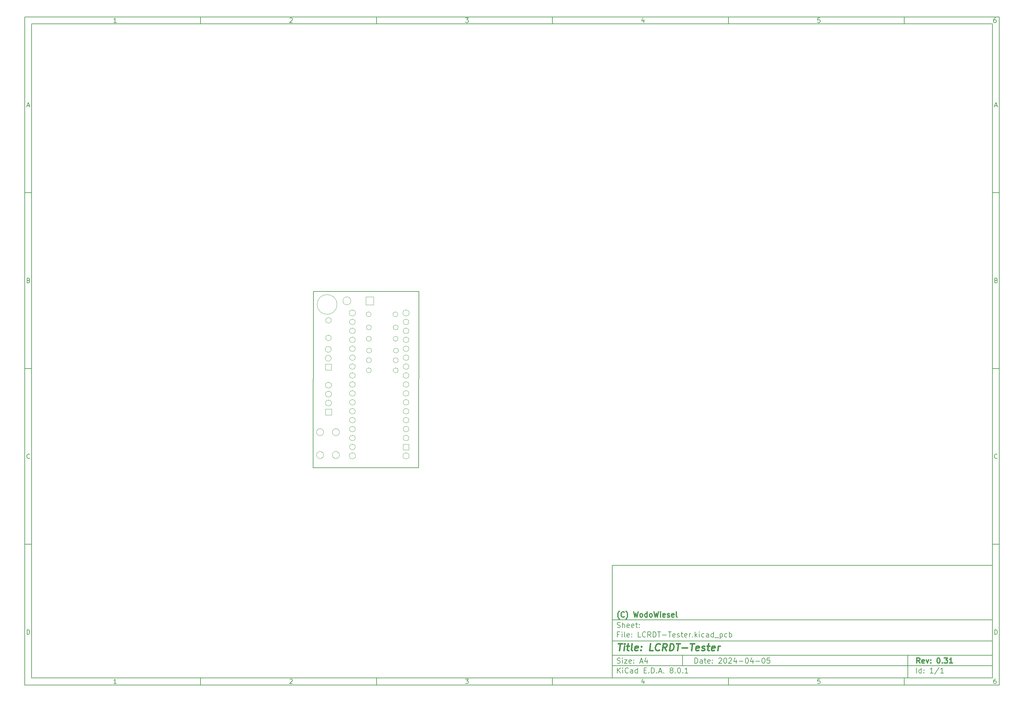
<source format=gbr>
%TF.GenerationSoftware,KiCad,Pcbnew,8.0.1*%
%TF.CreationDate,2024-04-05T21:52:58+02:00*%
%TF.ProjectId,LCRDT-Tester,4c435244-542d-4546-9573-7465722e6b69,0.31*%
%TF.SameCoordinates,PX57bafc0PY83cc3c0*%
%TF.FileFunction,AssemblyDrawing,Bot*%
%FSLAX46Y46*%
G04 Gerber Fmt 4.6, Leading zero omitted, Abs format (unit mm)*
G04 Created by KiCad (PCBNEW 8.0.1) date 2024-04-05 21:52:58*
%MOMM*%
%LPD*%
G01*
G04 APERTURE LIST*
%ADD10C,0.100000*%
%ADD11C,0.150000*%
%ADD12C,0.300000*%
%ADD13C,0.400000*%
%TA.AperFunction,Profile*%
%ADD14C,0.150000*%
%TD*%
G04 APERTURE END LIST*
D10*
D11*
X85010200Y-27807200D02*
X193010200Y-27807200D01*
X193010200Y-59807200D01*
X85010200Y-59807200D01*
X85010200Y-27807200D01*
D10*
D11*
X-81992000Y128200000D02*
X195010200Y128200000D01*
X195010200Y-61807200D01*
X-81992000Y-61807200D01*
X-81992000Y128200000D01*
D10*
D11*
X-79992000Y126200000D02*
X193010200Y126200000D01*
X193010200Y-59807200D01*
X-79992000Y-59807200D01*
X-79992000Y126200000D01*
D10*
D11*
X-31992000Y126200000D02*
X-31992000Y128200000D01*
D10*
D11*
X18008000Y126200000D02*
X18008000Y128200000D01*
D10*
D11*
X68008000Y126200000D02*
X68008000Y128200000D01*
D10*
D11*
X118008000Y126200000D02*
X118008000Y128200000D01*
D10*
D11*
X168008000Y126200000D02*
X168008000Y128200000D01*
D10*
D11*
X-55902840Y126606396D02*
X-56645697Y126606396D01*
X-56274269Y126606396D02*
X-56274269Y127906396D01*
X-56274269Y127906396D02*
X-56398078Y127720681D01*
X-56398078Y127720681D02*
X-56521888Y127596872D01*
X-56521888Y127596872D02*
X-56645697Y127534967D01*
D10*
D11*
X-6645697Y127782586D02*
X-6583793Y127844491D01*
X-6583793Y127844491D02*
X-6459983Y127906396D01*
X-6459983Y127906396D02*
X-6150459Y127906396D01*
X-6150459Y127906396D02*
X-6026650Y127844491D01*
X-6026650Y127844491D02*
X-5964745Y127782586D01*
X-5964745Y127782586D02*
X-5902840Y127658777D01*
X-5902840Y127658777D02*
X-5902840Y127534967D01*
X-5902840Y127534967D02*
X-5964745Y127349253D01*
X-5964745Y127349253D02*
X-6707602Y126606396D01*
X-6707602Y126606396D02*
X-5902840Y126606396D01*
D10*
D11*
X43292398Y127906396D02*
X44097160Y127906396D01*
X44097160Y127906396D02*
X43663826Y127411158D01*
X43663826Y127411158D02*
X43849541Y127411158D01*
X43849541Y127411158D02*
X43973350Y127349253D01*
X43973350Y127349253D02*
X44035255Y127287348D01*
X44035255Y127287348D02*
X44097160Y127163539D01*
X44097160Y127163539D02*
X44097160Y126854015D01*
X44097160Y126854015D02*
X44035255Y126730205D01*
X44035255Y126730205D02*
X43973350Y126668300D01*
X43973350Y126668300D02*
X43849541Y126606396D01*
X43849541Y126606396D02*
X43478112Y126606396D01*
X43478112Y126606396D02*
X43354303Y126668300D01*
X43354303Y126668300D02*
X43292398Y126730205D01*
D10*
D11*
X93973350Y127473062D02*
X93973350Y126606396D01*
X93663826Y127968300D02*
X93354303Y127039729D01*
X93354303Y127039729D02*
X94159064Y127039729D01*
D10*
D11*
X144035255Y127906396D02*
X143416207Y127906396D01*
X143416207Y127906396D02*
X143354303Y127287348D01*
X143354303Y127287348D02*
X143416207Y127349253D01*
X143416207Y127349253D02*
X143540017Y127411158D01*
X143540017Y127411158D02*
X143849541Y127411158D01*
X143849541Y127411158D02*
X143973350Y127349253D01*
X143973350Y127349253D02*
X144035255Y127287348D01*
X144035255Y127287348D02*
X144097160Y127163539D01*
X144097160Y127163539D02*
X144097160Y126854015D01*
X144097160Y126854015D02*
X144035255Y126730205D01*
X144035255Y126730205D02*
X143973350Y126668300D01*
X143973350Y126668300D02*
X143849541Y126606396D01*
X143849541Y126606396D02*
X143540017Y126606396D01*
X143540017Y126606396D02*
X143416207Y126668300D01*
X143416207Y126668300D02*
X143354303Y126730205D01*
D10*
D11*
X193973350Y127906396D02*
X193725731Y127906396D01*
X193725731Y127906396D02*
X193601922Y127844491D01*
X193601922Y127844491D02*
X193540017Y127782586D01*
X193540017Y127782586D02*
X193416207Y127596872D01*
X193416207Y127596872D02*
X193354303Y127349253D01*
X193354303Y127349253D02*
X193354303Y126854015D01*
X193354303Y126854015D02*
X193416207Y126730205D01*
X193416207Y126730205D02*
X193478112Y126668300D01*
X193478112Y126668300D02*
X193601922Y126606396D01*
X193601922Y126606396D02*
X193849541Y126606396D01*
X193849541Y126606396D02*
X193973350Y126668300D01*
X193973350Y126668300D02*
X194035255Y126730205D01*
X194035255Y126730205D02*
X194097160Y126854015D01*
X194097160Y126854015D02*
X194097160Y127163539D01*
X194097160Y127163539D02*
X194035255Y127287348D01*
X194035255Y127287348D02*
X193973350Y127349253D01*
X193973350Y127349253D02*
X193849541Y127411158D01*
X193849541Y127411158D02*
X193601922Y127411158D01*
X193601922Y127411158D02*
X193478112Y127349253D01*
X193478112Y127349253D02*
X193416207Y127287348D01*
X193416207Y127287348D02*
X193354303Y127163539D01*
D10*
D11*
X-31992000Y-59807200D02*
X-31992000Y-61807200D01*
D10*
D11*
X18008000Y-59807200D02*
X18008000Y-61807200D01*
D10*
D11*
X68008000Y-59807200D02*
X68008000Y-61807200D01*
D10*
D11*
X118008000Y-59807200D02*
X118008000Y-61807200D01*
D10*
D11*
X168008000Y-59807200D02*
X168008000Y-61807200D01*
D10*
D11*
X-55902840Y-61400804D02*
X-56645697Y-61400804D01*
X-56274269Y-61400804D02*
X-56274269Y-60100804D01*
X-56274269Y-60100804D02*
X-56398078Y-60286519D01*
X-56398078Y-60286519D02*
X-56521888Y-60410328D01*
X-56521888Y-60410328D02*
X-56645697Y-60472233D01*
D10*
D11*
X-6645697Y-60224614D02*
X-6583793Y-60162709D01*
X-6583793Y-60162709D02*
X-6459983Y-60100804D01*
X-6459983Y-60100804D02*
X-6150459Y-60100804D01*
X-6150459Y-60100804D02*
X-6026650Y-60162709D01*
X-6026650Y-60162709D02*
X-5964745Y-60224614D01*
X-5964745Y-60224614D02*
X-5902840Y-60348423D01*
X-5902840Y-60348423D02*
X-5902840Y-60472233D01*
X-5902840Y-60472233D02*
X-5964745Y-60657947D01*
X-5964745Y-60657947D02*
X-6707602Y-61400804D01*
X-6707602Y-61400804D02*
X-5902840Y-61400804D01*
D10*
D11*
X43292398Y-60100804D02*
X44097160Y-60100804D01*
X44097160Y-60100804D02*
X43663826Y-60596042D01*
X43663826Y-60596042D02*
X43849541Y-60596042D01*
X43849541Y-60596042D02*
X43973350Y-60657947D01*
X43973350Y-60657947D02*
X44035255Y-60719852D01*
X44035255Y-60719852D02*
X44097160Y-60843661D01*
X44097160Y-60843661D02*
X44097160Y-61153185D01*
X44097160Y-61153185D02*
X44035255Y-61276995D01*
X44035255Y-61276995D02*
X43973350Y-61338900D01*
X43973350Y-61338900D02*
X43849541Y-61400804D01*
X43849541Y-61400804D02*
X43478112Y-61400804D01*
X43478112Y-61400804D02*
X43354303Y-61338900D01*
X43354303Y-61338900D02*
X43292398Y-61276995D01*
D10*
D11*
X93973350Y-60534138D02*
X93973350Y-61400804D01*
X93663826Y-60038900D02*
X93354303Y-60967471D01*
X93354303Y-60967471D02*
X94159064Y-60967471D01*
D10*
D11*
X144035255Y-60100804D02*
X143416207Y-60100804D01*
X143416207Y-60100804D02*
X143354303Y-60719852D01*
X143354303Y-60719852D02*
X143416207Y-60657947D01*
X143416207Y-60657947D02*
X143540017Y-60596042D01*
X143540017Y-60596042D02*
X143849541Y-60596042D01*
X143849541Y-60596042D02*
X143973350Y-60657947D01*
X143973350Y-60657947D02*
X144035255Y-60719852D01*
X144035255Y-60719852D02*
X144097160Y-60843661D01*
X144097160Y-60843661D02*
X144097160Y-61153185D01*
X144097160Y-61153185D02*
X144035255Y-61276995D01*
X144035255Y-61276995D02*
X143973350Y-61338900D01*
X143973350Y-61338900D02*
X143849541Y-61400804D01*
X143849541Y-61400804D02*
X143540017Y-61400804D01*
X143540017Y-61400804D02*
X143416207Y-61338900D01*
X143416207Y-61338900D02*
X143354303Y-61276995D01*
D10*
D11*
X193973350Y-60100804D02*
X193725731Y-60100804D01*
X193725731Y-60100804D02*
X193601922Y-60162709D01*
X193601922Y-60162709D02*
X193540017Y-60224614D01*
X193540017Y-60224614D02*
X193416207Y-60410328D01*
X193416207Y-60410328D02*
X193354303Y-60657947D01*
X193354303Y-60657947D02*
X193354303Y-61153185D01*
X193354303Y-61153185D02*
X193416207Y-61276995D01*
X193416207Y-61276995D02*
X193478112Y-61338900D01*
X193478112Y-61338900D02*
X193601922Y-61400804D01*
X193601922Y-61400804D02*
X193849541Y-61400804D01*
X193849541Y-61400804D02*
X193973350Y-61338900D01*
X193973350Y-61338900D02*
X194035255Y-61276995D01*
X194035255Y-61276995D02*
X194097160Y-61153185D01*
X194097160Y-61153185D02*
X194097160Y-60843661D01*
X194097160Y-60843661D02*
X194035255Y-60719852D01*
X194035255Y-60719852D02*
X193973350Y-60657947D01*
X193973350Y-60657947D02*
X193849541Y-60596042D01*
X193849541Y-60596042D02*
X193601922Y-60596042D01*
X193601922Y-60596042D02*
X193478112Y-60657947D01*
X193478112Y-60657947D02*
X193416207Y-60719852D01*
X193416207Y-60719852D02*
X193354303Y-60843661D01*
D10*
D11*
X-81992000Y78200000D02*
X-79992000Y78200000D01*
D10*
D11*
X-81992000Y28200000D02*
X-79992000Y28200000D01*
D10*
D11*
X-81992000Y-21800000D02*
X-79992000Y-21800000D01*
D10*
D11*
X-81301524Y102977824D02*
X-80682477Y102977824D01*
X-81425334Y102606396D02*
X-80992001Y103906396D01*
X-80992001Y103906396D02*
X-80558667Y102606396D01*
D10*
D11*
X-80899143Y53287348D02*
X-80713429Y53225443D01*
X-80713429Y53225443D02*
X-80651524Y53163539D01*
X-80651524Y53163539D02*
X-80589620Y53039729D01*
X-80589620Y53039729D02*
X-80589620Y52854015D01*
X-80589620Y52854015D02*
X-80651524Y52730205D01*
X-80651524Y52730205D02*
X-80713429Y52668300D01*
X-80713429Y52668300D02*
X-80837239Y52606396D01*
X-80837239Y52606396D02*
X-81332477Y52606396D01*
X-81332477Y52606396D02*
X-81332477Y53906396D01*
X-81332477Y53906396D02*
X-80899143Y53906396D01*
X-80899143Y53906396D02*
X-80775334Y53844491D01*
X-80775334Y53844491D02*
X-80713429Y53782586D01*
X-80713429Y53782586D02*
X-80651524Y53658777D01*
X-80651524Y53658777D02*
X-80651524Y53534967D01*
X-80651524Y53534967D02*
X-80713429Y53411158D01*
X-80713429Y53411158D02*
X-80775334Y53349253D01*
X-80775334Y53349253D02*
X-80899143Y53287348D01*
X-80899143Y53287348D02*
X-81332477Y53287348D01*
D10*
D11*
X-80589620Y2730205D02*
X-80651524Y2668300D01*
X-80651524Y2668300D02*
X-80837239Y2606396D01*
X-80837239Y2606396D02*
X-80961048Y2606396D01*
X-80961048Y2606396D02*
X-81146762Y2668300D01*
X-81146762Y2668300D02*
X-81270572Y2792110D01*
X-81270572Y2792110D02*
X-81332477Y2915920D01*
X-81332477Y2915920D02*
X-81394381Y3163539D01*
X-81394381Y3163539D02*
X-81394381Y3349253D01*
X-81394381Y3349253D02*
X-81332477Y3596872D01*
X-81332477Y3596872D02*
X-81270572Y3720681D01*
X-81270572Y3720681D02*
X-81146762Y3844491D01*
X-81146762Y3844491D02*
X-80961048Y3906396D01*
X-80961048Y3906396D02*
X-80837239Y3906396D01*
X-80837239Y3906396D02*
X-80651524Y3844491D01*
X-80651524Y3844491D02*
X-80589620Y3782586D01*
D10*
D11*
X-81332477Y-47393604D02*
X-81332477Y-46093604D01*
X-81332477Y-46093604D02*
X-81022953Y-46093604D01*
X-81022953Y-46093604D02*
X-80837239Y-46155509D01*
X-80837239Y-46155509D02*
X-80713429Y-46279319D01*
X-80713429Y-46279319D02*
X-80651524Y-46403128D01*
X-80651524Y-46403128D02*
X-80589620Y-46650747D01*
X-80589620Y-46650747D02*
X-80589620Y-46836461D01*
X-80589620Y-46836461D02*
X-80651524Y-47084080D01*
X-80651524Y-47084080D02*
X-80713429Y-47207890D01*
X-80713429Y-47207890D02*
X-80837239Y-47331700D01*
X-80837239Y-47331700D02*
X-81022953Y-47393604D01*
X-81022953Y-47393604D02*
X-81332477Y-47393604D01*
D10*
D11*
X195010200Y78200000D02*
X193010200Y78200000D01*
D10*
D11*
X195010200Y28200000D02*
X193010200Y28200000D01*
D10*
D11*
X195010200Y-21800000D02*
X193010200Y-21800000D01*
D10*
D11*
X193700676Y102977824D02*
X194319723Y102977824D01*
X193576866Y102606396D02*
X194010199Y103906396D01*
X194010199Y103906396D02*
X194443533Y102606396D01*
D10*
D11*
X194103057Y53287348D02*
X194288771Y53225443D01*
X194288771Y53225443D02*
X194350676Y53163539D01*
X194350676Y53163539D02*
X194412580Y53039729D01*
X194412580Y53039729D02*
X194412580Y52854015D01*
X194412580Y52854015D02*
X194350676Y52730205D01*
X194350676Y52730205D02*
X194288771Y52668300D01*
X194288771Y52668300D02*
X194164961Y52606396D01*
X194164961Y52606396D02*
X193669723Y52606396D01*
X193669723Y52606396D02*
X193669723Y53906396D01*
X193669723Y53906396D02*
X194103057Y53906396D01*
X194103057Y53906396D02*
X194226866Y53844491D01*
X194226866Y53844491D02*
X194288771Y53782586D01*
X194288771Y53782586D02*
X194350676Y53658777D01*
X194350676Y53658777D02*
X194350676Y53534967D01*
X194350676Y53534967D02*
X194288771Y53411158D01*
X194288771Y53411158D02*
X194226866Y53349253D01*
X194226866Y53349253D02*
X194103057Y53287348D01*
X194103057Y53287348D02*
X193669723Y53287348D01*
D10*
D11*
X194412580Y2730205D02*
X194350676Y2668300D01*
X194350676Y2668300D02*
X194164961Y2606396D01*
X194164961Y2606396D02*
X194041152Y2606396D01*
X194041152Y2606396D02*
X193855438Y2668300D01*
X193855438Y2668300D02*
X193731628Y2792110D01*
X193731628Y2792110D02*
X193669723Y2915920D01*
X193669723Y2915920D02*
X193607819Y3163539D01*
X193607819Y3163539D02*
X193607819Y3349253D01*
X193607819Y3349253D02*
X193669723Y3596872D01*
X193669723Y3596872D02*
X193731628Y3720681D01*
X193731628Y3720681D02*
X193855438Y3844491D01*
X193855438Y3844491D02*
X194041152Y3906396D01*
X194041152Y3906396D02*
X194164961Y3906396D01*
X194164961Y3906396D02*
X194350676Y3844491D01*
X194350676Y3844491D02*
X194412580Y3782586D01*
D10*
D11*
X193669723Y-47393604D02*
X193669723Y-46093604D01*
X193669723Y-46093604D02*
X193979247Y-46093604D01*
X193979247Y-46093604D02*
X194164961Y-46155509D01*
X194164961Y-46155509D02*
X194288771Y-46279319D01*
X194288771Y-46279319D02*
X194350676Y-46403128D01*
X194350676Y-46403128D02*
X194412580Y-46650747D01*
X194412580Y-46650747D02*
X194412580Y-46836461D01*
X194412580Y-46836461D02*
X194350676Y-47084080D01*
X194350676Y-47084080D02*
X194288771Y-47207890D01*
X194288771Y-47207890D02*
X194164961Y-47331700D01*
X194164961Y-47331700D02*
X193979247Y-47393604D01*
X193979247Y-47393604D02*
X193669723Y-47393604D01*
D10*
D11*
X108466026Y-55593328D02*
X108466026Y-54093328D01*
X108466026Y-54093328D02*
X108823169Y-54093328D01*
X108823169Y-54093328D02*
X109037455Y-54164757D01*
X109037455Y-54164757D02*
X109180312Y-54307614D01*
X109180312Y-54307614D02*
X109251741Y-54450471D01*
X109251741Y-54450471D02*
X109323169Y-54736185D01*
X109323169Y-54736185D02*
X109323169Y-54950471D01*
X109323169Y-54950471D02*
X109251741Y-55236185D01*
X109251741Y-55236185D02*
X109180312Y-55379042D01*
X109180312Y-55379042D02*
X109037455Y-55521900D01*
X109037455Y-55521900D02*
X108823169Y-55593328D01*
X108823169Y-55593328D02*
X108466026Y-55593328D01*
X110608884Y-55593328D02*
X110608884Y-54807614D01*
X110608884Y-54807614D02*
X110537455Y-54664757D01*
X110537455Y-54664757D02*
X110394598Y-54593328D01*
X110394598Y-54593328D02*
X110108884Y-54593328D01*
X110108884Y-54593328D02*
X109966026Y-54664757D01*
X110608884Y-55521900D02*
X110466026Y-55593328D01*
X110466026Y-55593328D02*
X110108884Y-55593328D01*
X110108884Y-55593328D02*
X109966026Y-55521900D01*
X109966026Y-55521900D02*
X109894598Y-55379042D01*
X109894598Y-55379042D02*
X109894598Y-55236185D01*
X109894598Y-55236185D02*
X109966026Y-55093328D01*
X109966026Y-55093328D02*
X110108884Y-55021900D01*
X110108884Y-55021900D02*
X110466026Y-55021900D01*
X110466026Y-55021900D02*
X110608884Y-54950471D01*
X111108884Y-54593328D02*
X111680312Y-54593328D01*
X111323169Y-54093328D02*
X111323169Y-55379042D01*
X111323169Y-55379042D02*
X111394598Y-55521900D01*
X111394598Y-55521900D02*
X111537455Y-55593328D01*
X111537455Y-55593328D02*
X111680312Y-55593328D01*
X112751741Y-55521900D02*
X112608884Y-55593328D01*
X112608884Y-55593328D02*
X112323170Y-55593328D01*
X112323170Y-55593328D02*
X112180312Y-55521900D01*
X112180312Y-55521900D02*
X112108884Y-55379042D01*
X112108884Y-55379042D02*
X112108884Y-54807614D01*
X112108884Y-54807614D02*
X112180312Y-54664757D01*
X112180312Y-54664757D02*
X112323170Y-54593328D01*
X112323170Y-54593328D02*
X112608884Y-54593328D01*
X112608884Y-54593328D02*
X112751741Y-54664757D01*
X112751741Y-54664757D02*
X112823170Y-54807614D01*
X112823170Y-54807614D02*
X112823170Y-54950471D01*
X112823170Y-54950471D02*
X112108884Y-55093328D01*
X113466026Y-55450471D02*
X113537455Y-55521900D01*
X113537455Y-55521900D02*
X113466026Y-55593328D01*
X113466026Y-55593328D02*
X113394598Y-55521900D01*
X113394598Y-55521900D02*
X113466026Y-55450471D01*
X113466026Y-55450471D02*
X113466026Y-55593328D01*
X113466026Y-54664757D02*
X113537455Y-54736185D01*
X113537455Y-54736185D02*
X113466026Y-54807614D01*
X113466026Y-54807614D02*
X113394598Y-54736185D01*
X113394598Y-54736185D02*
X113466026Y-54664757D01*
X113466026Y-54664757D02*
X113466026Y-54807614D01*
X115251741Y-54236185D02*
X115323169Y-54164757D01*
X115323169Y-54164757D02*
X115466027Y-54093328D01*
X115466027Y-54093328D02*
X115823169Y-54093328D01*
X115823169Y-54093328D02*
X115966027Y-54164757D01*
X115966027Y-54164757D02*
X116037455Y-54236185D01*
X116037455Y-54236185D02*
X116108884Y-54379042D01*
X116108884Y-54379042D02*
X116108884Y-54521900D01*
X116108884Y-54521900D02*
X116037455Y-54736185D01*
X116037455Y-54736185D02*
X115180312Y-55593328D01*
X115180312Y-55593328D02*
X116108884Y-55593328D01*
X117037455Y-54093328D02*
X117180312Y-54093328D01*
X117180312Y-54093328D02*
X117323169Y-54164757D01*
X117323169Y-54164757D02*
X117394598Y-54236185D01*
X117394598Y-54236185D02*
X117466026Y-54379042D01*
X117466026Y-54379042D02*
X117537455Y-54664757D01*
X117537455Y-54664757D02*
X117537455Y-55021900D01*
X117537455Y-55021900D02*
X117466026Y-55307614D01*
X117466026Y-55307614D02*
X117394598Y-55450471D01*
X117394598Y-55450471D02*
X117323169Y-55521900D01*
X117323169Y-55521900D02*
X117180312Y-55593328D01*
X117180312Y-55593328D02*
X117037455Y-55593328D01*
X117037455Y-55593328D02*
X116894598Y-55521900D01*
X116894598Y-55521900D02*
X116823169Y-55450471D01*
X116823169Y-55450471D02*
X116751740Y-55307614D01*
X116751740Y-55307614D02*
X116680312Y-55021900D01*
X116680312Y-55021900D02*
X116680312Y-54664757D01*
X116680312Y-54664757D02*
X116751740Y-54379042D01*
X116751740Y-54379042D02*
X116823169Y-54236185D01*
X116823169Y-54236185D02*
X116894598Y-54164757D01*
X116894598Y-54164757D02*
X117037455Y-54093328D01*
X118108883Y-54236185D02*
X118180311Y-54164757D01*
X118180311Y-54164757D02*
X118323169Y-54093328D01*
X118323169Y-54093328D02*
X118680311Y-54093328D01*
X118680311Y-54093328D02*
X118823169Y-54164757D01*
X118823169Y-54164757D02*
X118894597Y-54236185D01*
X118894597Y-54236185D02*
X118966026Y-54379042D01*
X118966026Y-54379042D02*
X118966026Y-54521900D01*
X118966026Y-54521900D02*
X118894597Y-54736185D01*
X118894597Y-54736185D02*
X118037454Y-55593328D01*
X118037454Y-55593328D02*
X118966026Y-55593328D01*
X120251740Y-54593328D02*
X120251740Y-55593328D01*
X119894597Y-54021900D02*
X119537454Y-55093328D01*
X119537454Y-55093328D02*
X120466025Y-55093328D01*
X121037453Y-55021900D02*
X122180311Y-55021900D01*
X123180311Y-54093328D02*
X123323168Y-54093328D01*
X123323168Y-54093328D02*
X123466025Y-54164757D01*
X123466025Y-54164757D02*
X123537454Y-54236185D01*
X123537454Y-54236185D02*
X123608882Y-54379042D01*
X123608882Y-54379042D02*
X123680311Y-54664757D01*
X123680311Y-54664757D02*
X123680311Y-55021900D01*
X123680311Y-55021900D02*
X123608882Y-55307614D01*
X123608882Y-55307614D02*
X123537454Y-55450471D01*
X123537454Y-55450471D02*
X123466025Y-55521900D01*
X123466025Y-55521900D02*
X123323168Y-55593328D01*
X123323168Y-55593328D02*
X123180311Y-55593328D01*
X123180311Y-55593328D02*
X123037454Y-55521900D01*
X123037454Y-55521900D02*
X122966025Y-55450471D01*
X122966025Y-55450471D02*
X122894596Y-55307614D01*
X122894596Y-55307614D02*
X122823168Y-55021900D01*
X122823168Y-55021900D02*
X122823168Y-54664757D01*
X122823168Y-54664757D02*
X122894596Y-54379042D01*
X122894596Y-54379042D02*
X122966025Y-54236185D01*
X122966025Y-54236185D02*
X123037454Y-54164757D01*
X123037454Y-54164757D02*
X123180311Y-54093328D01*
X124966025Y-54593328D02*
X124966025Y-55593328D01*
X124608882Y-54021900D02*
X124251739Y-55093328D01*
X124251739Y-55093328D02*
X125180310Y-55093328D01*
X125751738Y-55021900D02*
X126894596Y-55021900D01*
X127894596Y-54093328D02*
X128037453Y-54093328D01*
X128037453Y-54093328D02*
X128180310Y-54164757D01*
X128180310Y-54164757D02*
X128251739Y-54236185D01*
X128251739Y-54236185D02*
X128323167Y-54379042D01*
X128323167Y-54379042D02*
X128394596Y-54664757D01*
X128394596Y-54664757D02*
X128394596Y-55021900D01*
X128394596Y-55021900D02*
X128323167Y-55307614D01*
X128323167Y-55307614D02*
X128251739Y-55450471D01*
X128251739Y-55450471D02*
X128180310Y-55521900D01*
X128180310Y-55521900D02*
X128037453Y-55593328D01*
X128037453Y-55593328D02*
X127894596Y-55593328D01*
X127894596Y-55593328D02*
X127751739Y-55521900D01*
X127751739Y-55521900D02*
X127680310Y-55450471D01*
X127680310Y-55450471D02*
X127608881Y-55307614D01*
X127608881Y-55307614D02*
X127537453Y-55021900D01*
X127537453Y-55021900D02*
X127537453Y-54664757D01*
X127537453Y-54664757D02*
X127608881Y-54379042D01*
X127608881Y-54379042D02*
X127680310Y-54236185D01*
X127680310Y-54236185D02*
X127751739Y-54164757D01*
X127751739Y-54164757D02*
X127894596Y-54093328D01*
X129751738Y-54093328D02*
X129037452Y-54093328D01*
X129037452Y-54093328D02*
X128966024Y-54807614D01*
X128966024Y-54807614D02*
X129037452Y-54736185D01*
X129037452Y-54736185D02*
X129180310Y-54664757D01*
X129180310Y-54664757D02*
X129537452Y-54664757D01*
X129537452Y-54664757D02*
X129680310Y-54736185D01*
X129680310Y-54736185D02*
X129751738Y-54807614D01*
X129751738Y-54807614D02*
X129823167Y-54950471D01*
X129823167Y-54950471D02*
X129823167Y-55307614D01*
X129823167Y-55307614D02*
X129751738Y-55450471D01*
X129751738Y-55450471D02*
X129680310Y-55521900D01*
X129680310Y-55521900D02*
X129537452Y-55593328D01*
X129537452Y-55593328D02*
X129180310Y-55593328D01*
X129180310Y-55593328D02*
X129037452Y-55521900D01*
X129037452Y-55521900D02*
X128966024Y-55450471D01*
D10*
D11*
X85010200Y-56307200D02*
X193010200Y-56307200D01*
D10*
D11*
X86466026Y-58393328D02*
X86466026Y-56893328D01*
X87323169Y-58393328D02*
X86680312Y-57536185D01*
X87323169Y-56893328D02*
X86466026Y-57750471D01*
X87966026Y-58393328D02*
X87966026Y-57393328D01*
X87966026Y-56893328D02*
X87894598Y-56964757D01*
X87894598Y-56964757D02*
X87966026Y-57036185D01*
X87966026Y-57036185D02*
X88037455Y-56964757D01*
X88037455Y-56964757D02*
X87966026Y-56893328D01*
X87966026Y-56893328D02*
X87966026Y-57036185D01*
X89537455Y-58250471D02*
X89466027Y-58321900D01*
X89466027Y-58321900D02*
X89251741Y-58393328D01*
X89251741Y-58393328D02*
X89108884Y-58393328D01*
X89108884Y-58393328D02*
X88894598Y-58321900D01*
X88894598Y-58321900D02*
X88751741Y-58179042D01*
X88751741Y-58179042D02*
X88680312Y-58036185D01*
X88680312Y-58036185D02*
X88608884Y-57750471D01*
X88608884Y-57750471D02*
X88608884Y-57536185D01*
X88608884Y-57536185D02*
X88680312Y-57250471D01*
X88680312Y-57250471D02*
X88751741Y-57107614D01*
X88751741Y-57107614D02*
X88894598Y-56964757D01*
X88894598Y-56964757D02*
X89108884Y-56893328D01*
X89108884Y-56893328D02*
X89251741Y-56893328D01*
X89251741Y-56893328D02*
X89466027Y-56964757D01*
X89466027Y-56964757D02*
X89537455Y-57036185D01*
X90823170Y-58393328D02*
X90823170Y-57607614D01*
X90823170Y-57607614D02*
X90751741Y-57464757D01*
X90751741Y-57464757D02*
X90608884Y-57393328D01*
X90608884Y-57393328D02*
X90323170Y-57393328D01*
X90323170Y-57393328D02*
X90180312Y-57464757D01*
X90823170Y-58321900D02*
X90680312Y-58393328D01*
X90680312Y-58393328D02*
X90323170Y-58393328D01*
X90323170Y-58393328D02*
X90180312Y-58321900D01*
X90180312Y-58321900D02*
X90108884Y-58179042D01*
X90108884Y-58179042D02*
X90108884Y-58036185D01*
X90108884Y-58036185D02*
X90180312Y-57893328D01*
X90180312Y-57893328D02*
X90323170Y-57821900D01*
X90323170Y-57821900D02*
X90680312Y-57821900D01*
X90680312Y-57821900D02*
X90823170Y-57750471D01*
X92180313Y-58393328D02*
X92180313Y-56893328D01*
X92180313Y-58321900D02*
X92037455Y-58393328D01*
X92037455Y-58393328D02*
X91751741Y-58393328D01*
X91751741Y-58393328D02*
X91608884Y-58321900D01*
X91608884Y-58321900D02*
X91537455Y-58250471D01*
X91537455Y-58250471D02*
X91466027Y-58107614D01*
X91466027Y-58107614D02*
X91466027Y-57679042D01*
X91466027Y-57679042D02*
X91537455Y-57536185D01*
X91537455Y-57536185D02*
X91608884Y-57464757D01*
X91608884Y-57464757D02*
X91751741Y-57393328D01*
X91751741Y-57393328D02*
X92037455Y-57393328D01*
X92037455Y-57393328D02*
X92180313Y-57464757D01*
X94037455Y-57607614D02*
X94537455Y-57607614D01*
X94751741Y-58393328D02*
X94037455Y-58393328D01*
X94037455Y-58393328D02*
X94037455Y-56893328D01*
X94037455Y-56893328D02*
X94751741Y-56893328D01*
X95394598Y-58250471D02*
X95466027Y-58321900D01*
X95466027Y-58321900D02*
X95394598Y-58393328D01*
X95394598Y-58393328D02*
X95323170Y-58321900D01*
X95323170Y-58321900D02*
X95394598Y-58250471D01*
X95394598Y-58250471D02*
X95394598Y-58393328D01*
X96108884Y-58393328D02*
X96108884Y-56893328D01*
X96108884Y-56893328D02*
X96466027Y-56893328D01*
X96466027Y-56893328D02*
X96680313Y-56964757D01*
X96680313Y-56964757D02*
X96823170Y-57107614D01*
X96823170Y-57107614D02*
X96894599Y-57250471D01*
X96894599Y-57250471D02*
X96966027Y-57536185D01*
X96966027Y-57536185D02*
X96966027Y-57750471D01*
X96966027Y-57750471D02*
X96894599Y-58036185D01*
X96894599Y-58036185D02*
X96823170Y-58179042D01*
X96823170Y-58179042D02*
X96680313Y-58321900D01*
X96680313Y-58321900D02*
X96466027Y-58393328D01*
X96466027Y-58393328D02*
X96108884Y-58393328D01*
X97608884Y-58250471D02*
X97680313Y-58321900D01*
X97680313Y-58321900D02*
X97608884Y-58393328D01*
X97608884Y-58393328D02*
X97537456Y-58321900D01*
X97537456Y-58321900D02*
X97608884Y-58250471D01*
X97608884Y-58250471D02*
X97608884Y-58393328D01*
X98251742Y-57964757D02*
X98966028Y-57964757D01*
X98108885Y-58393328D02*
X98608885Y-56893328D01*
X98608885Y-56893328D02*
X99108885Y-58393328D01*
X99608884Y-58250471D02*
X99680313Y-58321900D01*
X99680313Y-58321900D02*
X99608884Y-58393328D01*
X99608884Y-58393328D02*
X99537456Y-58321900D01*
X99537456Y-58321900D02*
X99608884Y-58250471D01*
X99608884Y-58250471D02*
X99608884Y-58393328D01*
X101680313Y-57536185D02*
X101537456Y-57464757D01*
X101537456Y-57464757D02*
X101466027Y-57393328D01*
X101466027Y-57393328D02*
X101394599Y-57250471D01*
X101394599Y-57250471D02*
X101394599Y-57179042D01*
X101394599Y-57179042D02*
X101466027Y-57036185D01*
X101466027Y-57036185D02*
X101537456Y-56964757D01*
X101537456Y-56964757D02*
X101680313Y-56893328D01*
X101680313Y-56893328D02*
X101966027Y-56893328D01*
X101966027Y-56893328D02*
X102108885Y-56964757D01*
X102108885Y-56964757D02*
X102180313Y-57036185D01*
X102180313Y-57036185D02*
X102251742Y-57179042D01*
X102251742Y-57179042D02*
X102251742Y-57250471D01*
X102251742Y-57250471D02*
X102180313Y-57393328D01*
X102180313Y-57393328D02*
X102108885Y-57464757D01*
X102108885Y-57464757D02*
X101966027Y-57536185D01*
X101966027Y-57536185D02*
X101680313Y-57536185D01*
X101680313Y-57536185D02*
X101537456Y-57607614D01*
X101537456Y-57607614D02*
X101466027Y-57679042D01*
X101466027Y-57679042D02*
X101394599Y-57821900D01*
X101394599Y-57821900D02*
X101394599Y-58107614D01*
X101394599Y-58107614D02*
X101466027Y-58250471D01*
X101466027Y-58250471D02*
X101537456Y-58321900D01*
X101537456Y-58321900D02*
X101680313Y-58393328D01*
X101680313Y-58393328D02*
X101966027Y-58393328D01*
X101966027Y-58393328D02*
X102108885Y-58321900D01*
X102108885Y-58321900D02*
X102180313Y-58250471D01*
X102180313Y-58250471D02*
X102251742Y-58107614D01*
X102251742Y-58107614D02*
X102251742Y-57821900D01*
X102251742Y-57821900D02*
X102180313Y-57679042D01*
X102180313Y-57679042D02*
X102108885Y-57607614D01*
X102108885Y-57607614D02*
X101966027Y-57536185D01*
X102894598Y-58250471D02*
X102966027Y-58321900D01*
X102966027Y-58321900D02*
X102894598Y-58393328D01*
X102894598Y-58393328D02*
X102823170Y-58321900D01*
X102823170Y-58321900D02*
X102894598Y-58250471D01*
X102894598Y-58250471D02*
X102894598Y-58393328D01*
X103894599Y-56893328D02*
X104037456Y-56893328D01*
X104037456Y-56893328D02*
X104180313Y-56964757D01*
X104180313Y-56964757D02*
X104251742Y-57036185D01*
X104251742Y-57036185D02*
X104323170Y-57179042D01*
X104323170Y-57179042D02*
X104394599Y-57464757D01*
X104394599Y-57464757D02*
X104394599Y-57821900D01*
X104394599Y-57821900D02*
X104323170Y-58107614D01*
X104323170Y-58107614D02*
X104251742Y-58250471D01*
X104251742Y-58250471D02*
X104180313Y-58321900D01*
X104180313Y-58321900D02*
X104037456Y-58393328D01*
X104037456Y-58393328D02*
X103894599Y-58393328D01*
X103894599Y-58393328D02*
X103751742Y-58321900D01*
X103751742Y-58321900D02*
X103680313Y-58250471D01*
X103680313Y-58250471D02*
X103608884Y-58107614D01*
X103608884Y-58107614D02*
X103537456Y-57821900D01*
X103537456Y-57821900D02*
X103537456Y-57464757D01*
X103537456Y-57464757D02*
X103608884Y-57179042D01*
X103608884Y-57179042D02*
X103680313Y-57036185D01*
X103680313Y-57036185D02*
X103751742Y-56964757D01*
X103751742Y-56964757D02*
X103894599Y-56893328D01*
X105037455Y-58250471D02*
X105108884Y-58321900D01*
X105108884Y-58321900D02*
X105037455Y-58393328D01*
X105037455Y-58393328D02*
X104966027Y-58321900D01*
X104966027Y-58321900D02*
X105037455Y-58250471D01*
X105037455Y-58250471D02*
X105037455Y-58393328D01*
X106537456Y-58393328D02*
X105680313Y-58393328D01*
X106108884Y-58393328D02*
X106108884Y-56893328D01*
X106108884Y-56893328D02*
X105966027Y-57107614D01*
X105966027Y-57107614D02*
X105823170Y-57250471D01*
X105823170Y-57250471D02*
X105680313Y-57321900D01*
D10*
D11*
X85010200Y-53307200D02*
X193010200Y-53307200D01*
D10*
D12*
X172421853Y-55585528D02*
X171921853Y-54871242D01*
X171564710Y-55585528D02*
X171564710Y-54085528D01*
X171564710Y-54085528D02*
X172136139Y-54085528D01*
X172136139Y-54085528D02*
X172278996Y-54156957D01*
X172278996Y-54156957D02*
X172350425Y-54228385D01*
X172350425Y-54228385D02*
X172421853Y-54371242D01*
X172421853Y-54371242D02*
X172421853Y-54585528D01*
X172421853Y-54585528D02*
X172350425Y-54728385D01*
X172350425Y-54728385D02*
X172278996Y-54799814D01*
X172278996Y-54799814D02*
X172136139Y-54871242D01*
X172136139Y-54871242D02*
X171564710Y-54871242D01*
X173636139Y-55514100D02*
X173493282Y-55585528D01*
X173493282Y-55585528D02*
X173207568Y-55585528D01*
X173207568Y-55585528D02*
X173064710Y-55514100D01*
X173064710Y-55514100D02*
X172993282Y-55371242D01*
X172993282Y-55371242D02*
X172993282Y-54799814D01*
X172993282Y-54799814D02*
X173064710Y-54656957D01*
X173064710Y-54656957D02*
X173207568Y-54585528D01*
X173207568Y-54585528D02*
X173493282Y-54585528D01*
X173493282Y-54585528D02*
X173636139Y-54656957D01*
X173636139Y-54656957D02*
X173707568Y-54799814D01*
X173707568Y-54799814D02*
X173707568Y-54942671D01*
X173707568Y-54942671D02*
X172993282Y-55085528D01*
X174207567Y-54585528D02*
X174564710Y-55585528D01*
X174564710Y-55585528D02*
X174921853Y-54585528D01*
X175493281Y-55442671D02*
X175564710Y-55514100D01*
X175564710Y-55514100D02*
X175493281Y-55585528D01*
X175493281Y-55585528D02*
X175421853Y-55514100D01*
X175421853Y-55514100D02*
X175493281Y-55442671D01*
X175493281Y-55442671D02*
X175493281Y-55585528D01*
X175493281Y-54656957D02*
X175564710Y-54728385D01*
X175564710Y-54728385D02*
X175493281Y-54799814D01*
X175493281Y-54799814D02*
X175421853Y-54728385D01*
X175421853Y-54728385D02*
X175493281Y-54656957D01*
X175493281Y-54656957D02*
X175493281Y-54799814D01*
X177636139Y-54085528D02*
X177778996Y-54085528D01*
X177778996Y-54085528D02*
X177921853Y-54156957D01*
X177921853Y-54156957D02*
X177993282Y-54228385D01*
X177993282Y-54228385D02*
X178064710Y-54371242D01*
X178064710Y-54371242D02*
X178136139Y-54656957D01*
X178136139Y-54656957D02*
X178136139Y-55014100D01*
X178136139Y-55014100D02*
X178064710Y-55299814D01*
X178064710Y-55299814D02*
X177993282Y-55442671D01*
X177993282Y-55442671D02*
X177921853Y-55514100D01*
X177921853Y-55514100D02*
X177778996Y-55585528D01*
X177778996Y-55585528D02*
X177636139Y-55585528D01*
X177636139Y-55585528D02*
X177493282Y-55514100D01*
X177493282Y-55514100D02*
X177421853Y-55442671D01*
X177421853Y-55442671D02*
X177350424Y-55299814D01*
X177350424Y-55299814D02*
X177278996Y-55014100D01*
X177278996Y-55014100D02*
X177278996Y-54656957D01*
X177278996Y-54656957D02*
X177350424Y-54371242D01*
X177350424Y-54371242D02*
X177421853Y-54228385D01*
X177421853Y-54228385D02*
X177493282Y-54156957D01*
X177493282Y-54156957D02*
X177636139Y-54085528D01*
X178778995Y-55442671D02*
X178850424Y-55514100D01*
X178850424Y-55514100D02*
X178778995Y-55585528D01*
X178778995Y-55585528D02*
X178707567Y-55514100D01*
X178707567Y-55514100D02*
X178778995Y-55442671D01*
X178778995Y-55442671D02*
X178778995Y-55585528D01*
X179350424Y-54085528D02*
X180278996Y-54085528D01*
X180278996Y-54085528D02*
X179778996Y-54656957D01*
X179778996Y-54656957D02*
X179993281Y-54656957D01*
X179993281Y-54656957D02*
X180136139Y-54728385D01*
X180136139Y-54728385D02*
X180207567Y-54799814D01*
X180207567Y-54799814D02*
X180278996Y-54942671D01*
X180278996Y-54942671D02*
X180278996Y-55299814D01*
X180278996Y-55299814D02*
X180207567Y-55442671D01*
X180207567Y-55442671D02*
X180136139Y-55514100D01*
X180136139Y-55514100D02*
X179993281Y-55585528D01*
X179993281Y-55585528D02*
X179564710Y-55585528D01*
X179564710Y-55585528D02*
X179421853Y-55514100D01*
X179421853Y-55514100D02*
X179350424Y-55442671D01*
X181707567Y-55585528D02*
X180850424Y-55585528D01*
X181278995Y-55585528D02*
X181278995Y-54085528D01*
X181278995Y-54085528D02*
X181136138Y-54299814D01*
X181136138Y-54299814D02*
X180993281Y-54442671D01*
X180993281Y-54442671D02*
X180850424Y-54514100D01*
D10*
D11*
X86394598Y-55521900D02*
X86608884Y-55593328D01*
X86608884Y-55593328D02*
X86966026Y-55593328D01*
X86966026Y-55593328D02*
X87108884Y-55521900D01*
X87108884Y-55521900D02*
X87180312Y-55450471D01*
X87180312Y-55450471D02*
X87251741Y-55307614D01*
X87251741Y-55307614D02*
X87251741Y-55164757D01*
X87251741Y-55164757D02*
X87180312Y-55021900D01*
X87180312Y-55021900D02*
X87108884Y-54950471D01*
X87108884Y-54950471D02*
X86966026Y-54879042D01*
X86966026Y-54879042D02*
X86680312Y-54807614D01*
X86680312Y-54807614D02*
X86537455Y-54736185D01*
X86537455Y-54736185D02*
X86466026Y-54664757D01*
X86466026Y-54664757D02*
X86394598Y-54521900D01*
X86394598Y-54521900D02*
X86394598Y-54379042D01*
X86394598Y-54379042D02*
X86466026Y-54236185D01*
X86466026Y-54236185D02*
X86537455Y-54164757D01*
X86537455Y-54164757D02*
X86680312Y-54093328D01*
X86680312Y-54093328D02*
X87037455Y-54093328D01*
X87037455Y-54093328D02*
X87251741Y-54164757D01*
X87894597Y-55593328D02*
X87894597Y-54593328D01*
X87894597Y-54093328D02*
X87823169Y-54164757D01*
X87823169Y-54164757D02*
X87894597Y-54236185D01*
X87894597Y-54236185D02*
X87966026Y-54164757D01*
X87966026Y-54164757D02*
X87894597Y-54093328D01*
X87894597Y-54093328D02*
X87894597Y-54236185D01*
X88466026Y-54593328D02*
X89251741Y-54593328D01*
X89251741Y-54593328D02*
X88466026Y-55593328D01*
X88466026Y-55593328D02*
X89251741Y-55593328D01*
X90394598Y-55521900D02*
X90251741Y-55593328D01*
X90251741Y-55593328D02*
X89966027Y-55593328D01*
X89966027Y-55593328D02*
X89823169Y-55521900D01*
X89823169Y-55521900D02*
X89751741Y-55379042D01*
X89751741Y-55379042D02*
X89751741Y-54807614D01*
X89751741Y-54807614D02*
X89823169Y-54664757D01*
X89823169Y-54664757D02*
X89966027Y-54593328D01*
X89966027Y-54593328D02*
X90251741Y-54593328D01*
X90251741Y-54593328D02*
X90394598Y-54664757D01*
X90394598Y-54664757D02*
X90466027Y-54807614D01*
X90466027Y-54807614D02*
X90466027Y-54950471D01*
X90466027Y-54950471D02*
X89751741Y-55093328D01*
X91108883Y-55450471D02*
X91180312Y-55521900D01*
X91180312Y-55521900D02*
X91108883Y-55593328D01*
X91108883Y-55593328D02*
X91037455Y-55521900D01*
X91037455Y-55521900D02*
X91108883Y-55450471D01*
X91108883Y-55450471D02*
X91108883Y-55593328D01*
X91108883Y-54664757D02*
X91180312Y-54736185D01*
X91180312Y-54736185D02*
X91108883Y-54807614D01*
X91108883Y-54807614D02*
X91037455Y-54736185D01*
X91037455Y-54736185D02*
X91108883Y-54664757D01*
X91108883Y-54664757D02*
X91108883Y-54807614D01*
X92894598Y-55164757D02*
X93608884Y-55164757D01*
X92751741Y-55593328D02*
X93251741Y-54093328D01*
X93251741Y-54093328D02*
X93751741Y-55593328D01*
X94894598Y-54593328D02*
X94894598Y-55593328D01*
X94537455Y-54021900D02*
X94180312Y-55093328D01*
X94180312Y-55093328D02*
X95108883Y-55093328D01*
D10*
D11*
X171466026Y-58393328D02*
X171466026Y-56893328D01*
X172823170Y-58393328D02*
X172823170Y-56893328D01*
X172823170Y-58321900D02*
X172680312Y-58393328D01*
X172680312Y-58393328D02*
X172394598Y-58393328D01*
X172394598Y-58393328D02*
X172251741Y-58321900D01*
X172251741Y-58321900D02*
X172180312Y-58250471D01*
X172180312Y-58250471D02*
X172108884Y-58107614D01*
X172108884Y-58107614D02*
X172108884Y-57679042D01*
X172108884Y-57679042D02*
X172180312Y-57536185D01*
X172180312Y-57536185D02*
X172251741Y-57464757D01*
X172251741Y-57464757D02*
X172394598Y-57393328D01*
X172394598Y-57393328D02*
X172680312Y-57393328D01*
X172680312Y-57393328D02*
X172823170Y-57464757D01*
X173537455Y-58250471D02*
X173608884Y-58321900D01*
X173608884Y-58321900D02*
X173537455Y-58393328D01*
X173537455Y-58393328D02*
X173466027Y-58321900D01*
X173466027Y-58321900D02*
X173537455Y-58250471D01*
X173537455Y-58250471D02*
X173537455Y-58393328D01*
X173537455Y-57464757D02*
X173608884Y-57536185D01*
X173608884Y-57536185D02*
X173537455Y-57607614D01*
X173537455Y-57607614D02*
X173466027Y-57536185D01*
X173466027Y-57536185D02*
X173537455Y-57464757D01*
X173537455Y-57464757D02*
X173537455Y-57607614D01*
X176180313Y-58393328D02*
X175323170Y-58393328D01*
X175751741Y-58393328D02*
X175751741Y-56893328D01*
X175751741Y-56893328D02*
X175608884Y-57107614D01*
X175608884Y-57107614D02*
X175466027Y-57250471D01*
X175466027Y-57250471D02*
X175323170Y-57321900D01*
X177894598Y-56821900D02*
X176608884Y-58750471D01*
X179180313Y-58393328D02*
X178323170Y-58393328D01*
X178751741Y-58393328D02*
X178751741Y-56893328D01*
X178751741Y-56893328D02*
X178608884Y-57107614D01*
X178608884Y-57107614D02*
X178466027Y-57250471D01*
X178466027Y-57250471D02*
X178323170Y-57321900D01*
D10*
D11*
X85010200Y-49307200D02*
X193010200Y-49307200D01*
D10*
D13*
X86701928Y-50011638D02*
X87844785Y-50011638D01*
X87023357Y-52011638D02*
X87273357Y-50011638D01*
X88261452Y-52011638D02*
X88428119Y-50678304D01*
X88511452Y-50011638D02*
X88404309Y-50106876D01*
X88404309Y-50106876D02*
X88487643Y-50202114D01*
X88487643Y-50202114D02*
X88594786Y-50106876D01*
X88594786Y-50106876D02*
X88511452Y-50011638D01*
X88511452Y-50011638D02*
X88487643Y-50202114D01*
X89094786Y-50678304D02*
X89856690Y-50678304D01*
X89463833Y-50011638D02*
X89249548Y-51725923D01*
X89249548Y-51725923D02*
X89320976Y-51916400D01*
X89320976Y-51916400D02*
X89499548Y-52011638D01*
X89499548Y-52011638D02*
X89690024Y-52011638D01*
X90642405Y-52011638D02*
X90463833Y-51916400D01*
X90463833Y-51916400D02*
X90392405Y-51725923D01*
X90392405Y-51725923D02*
X90606690Y-50011638D01*
X92178119Y-51916400D02*
X91975738Y-52011638D01*
X91975738Y-52011638D02*
X91594785Y-52011638D01*
X91594785Y-52011638D02*
X91416214Y-51916400D01*
X91416214Y-51916400D02*
X91344785Y-51725923D01*
X91344785Y-51725923D02*
X91440024Y-50964019D01*
X91440024Y-50964019D02*
X91559071Y-50773542D01*
X91559071Y-50773542D02*
X91761452Y-50678304D01*
X91761452Y-50678304D02*
X92142404Y-50678304D01*
X92142404Y-50678304D02*
X92320976Y-50773542D01*
X92320976Y-50773542D02*
X92392404Y-50964019D01*
X92392404Y-50964019D02*
X92368595Y-51154495D01*
X92368595Y-51154495D02*
X91392404Y-51344971D01*
X93142405Y-51821161D02*
X93225738Y-51916400D01*
X93225738Y-51916400D02*
X93118595Y-52011638D01*
X93118595Y-52011638D02*
X93035262Y-51916400D01*
X93035262Y-51916400D02*
X93142405Y-51821161D01*
X93142405Y-51821161D02*
X93118595Y-52011638D01*
X93273357Y-50773542D02*
X93356690Y-50868780D01*
X93356690Y-50868780D02*
X93249548Y-50964019D01*
X93249548Y-50964019D02*
X93166214Y-50868780D01*
X93166214Y-50868780D02*
X93273357Y-50773542D01*
X93273357Y-50773542D02*
X93249548Y-50964019D01*
X96547167Y-52011638D02*
X95594786Y-52011638D01*
X95594786Y-52011638D02*
X95844786Y-50011638D01*
X98380501Y-51821161D02*
X98273358Y-51916400D01*
X98273358Y-51916400D02*
X97975739Y-52011638D01*
X97975739Y-52011638D02*
X97785263Y-52011638D01*
X97785263Y-52011638D02*
X97511453Y-51916400D01*
X97511453Y-51916400D02*
X97344787Y-51725923D01*
X97344787Y-51725923D02*
X97273358Y-51535447D01*
X97273358Y-51535447D02*
X97225739Y-51154495D01*
X97225739Y-51154495D02*
X97261453Y-50868780D01*
X97261453Y-50868780D02*
X97404310Y-50487828D01*
X97404310Y-50487828D02*
X97523358Y-50297352D01*
X97523358Y-50297352D02*
X97737644Y-50106876D01*
X97737644Y-50106876D02*
X98035263Y-50011638D01*
X98035263Y-50011638D02*
X98225739Y-50011638D01*
X98225739Y-50011638D02*
X98499549Y-50106876D01*
X98499549Y-50106876D02*
X98582882Y-50202114D01*
X100356691Y-52011638D02*
X99809072Y-51059257D01*
X99213834Y-52011638D02*
X99463834Y-50011638D01*
X99463834Y-50011638D02*
X100225739Y-50011638D01*
X100225739Y-50011638D02*
X100404310Y-50106876D01*
X100404310Y-50106876D02*
X100487644Y-50202114D01*
X100487644Y-50202114D02*
X100559072Y-50392590D01*
X100559072Y-50392590D02*
X100523358Y-50678304D01*
X100523358Y-50678304D02*
X100404310Y-50868780D01*
X100404310Y-50868780D02*
X100297168Y-50964019D01*
X100297168Y-50964019D02*
X100094787Y-51059257D01*
X100094787Y-51059257D02*
X99332882Y-51059257D01*
X101213834Y-52011638D02*
X101463834Y-50011638D01*
X101463834Y-50011638D02*
X101940025Y-50011638D01*
X101940025Y-50011638D02*
X102213834Y-50106876D01*
X102213834Y-50106876D02*
X102380501Y-50297352D01*
X102380501Y-50297352D02*
X102451929Y-50487828D01*
X102451929Y-50487828D02*
X102499549Y-50868780D01*
X102499549Y-50868780D02*
X102463834Y-51154495D01*
X102463834Y-51154495D02*
X102320977Y-51535447D01*
X102320977Y-51535447D02*
X102201929Y-51725923D01*
X102201929Y-51725923D02*
X101987644Y-51916400D01*
X101987644Y-51916400D02*
X101690025Y-52011638D01*
X101690025Y-52011638D02*
X101213834Y-52011638D01*
X103178120Y-50011638D02*
X104320977Y-50011638D01*
X103499549Y-52011638D02*
X103749549Y-50011638D01*
X104832882Y-51249733D02*
X106356692Y-51249733D01*
X107178120Y-50011638D02*
X108320977Y-50011638D01*
X107499549Y-52011638D02*
X107749549Y-50011638D01*
X109511454Y-51916400D02*
X109309073Y-52011638D01*
X109309073Y-52011638D02*
X108928120Y-52011638D01*
X108928120Y-52011638D02*
X108749549Y-51916400D01*
X108749549Y-51916400D02*
X108678120Y-51725923D01*
X108678120Y-51725923D02*
X108773359Y-50964019D01*
X108773359Y-50964019D02*
X108892406Y-50773542D01*
X108892406Y-50773542D02*
X109094787Y-50678304D01*
X109094787Y-50678304D02*
X109475739Y-50678304D01*
X109475739Y-50678304D02*
X109654311Y-50773542D01*
X109654311Y-50773542D02*
X109725739Y-50964019D01*
X109725739Y-50964019D02*
X109701930Y-51154495D01*
X109701930Y-51154495D02*
X108725739Y-51344971D01*
X110368597Y-51916400D02*
X110547168Y-52011638D01*
X110547168Y-52011638D02*
X110928121Y-52011638D01*
X110928121Y-52011638D02*
X111130502Y-51916400D01*
X111130502Y-51916400D02*
X111249549Y-51725923D01*
X111249549Y-51725923D02*
X111261454Y-51630685D01*
X111261454Y-51630685D02*
X111190025Y-51440209D01*
X111190025Y-51440209D02*
X111011454Y-51344971D01*
X111011454Y-51344971D02*
X110725740Y-51344971D01*
X110725740Y-51344971D02*
X110547168Y-51249733D01*
X110547168Y-51249733D02*
X110475740Y-51059257D01*
X110475740Y-51059257D02*
X110487645Y-50964019D01*
X110487645Y-50964019D02*
X110606692Y-50773542D01*
X110606692Y-50773542D02*
X110809073Y-50678304D01*
X110809073Y-50678304D02*
X111094787Y-50678304D01*
X111094787Y-50678304D02*
X111273359Y-50773542D01*
X111951931Y-50678304D02*
X112713835Y-50678304D01*
X112320978Y-50011638D02*
X112106693Y-51725923D01*
X112106693Y-51725923D02*
X112178121Y-51916400D01*
X112178121Y-51916400D02*
X112356693Y-52011638D01*
X112356693Y-52011638D02*
X112547169Y-52011638D01*
X113987645Y-51916400D02*
X113785264Y-52011638D01*
X113785264Y-52011638D02*
X113404311Y-52011638D01*
X113404311Y-52011638D02*
X113225740Y-51916400D01*
X113225740Y-51916400D02*
X113154311Y-51725923D01*
X113154311Y-51725923D02*
X113249550Y-50964019D01*
X113249550Y-50964019D02*
X113368597Y-50773542D01*
X113368597Y-50773542D02*
X113570978Y-50678304D01*
X113570978Y-50678304D02*
X113951930Y-50678304D01*
X113951930Y-50678304D02*
X114130502Y-50773542D01*
X114130502Y-50773542D02*
X114201930Y-50964019D01*
X114201930Y-50964019D02*
X114178121Y-51154495D01*
X114178121Y-51154495D02*
X113201930Y-51344971D01*
X114928121Y-52011638D02*
X115094788Y-50678304D01*
X115047169Y-51059257D02*
X115166216Y-50868780D01*
X115166216Y-50868780D02*
X115273359Y-50773542D01*
X115273359Y-50773542D02*
X115475740Y-50678304D01*
X115475740Y-50678304D02*
X115666216Y-50678304D01*
D10*
D11*
X86966026Y-47407614D02*
X86466026Y-47407614D01*
X86466026Y-48193328D02*
X86466026Y-46693328D01*
X86466026Y-46693328D02*
X87180312Y-46693328D01*
X87751740Y-48193328D02*
X87751740Y-47193328D01*
X87751740Y-46693328D02*
X87680312Y-46764757D01*
X87680312Y-46764757D02*
X87751740Y-46836185D01*
X87751740Y-46836185D02*
X87823169Y-46764757D01*
X87823169Y-46764757D02*
X87751740Y-46693328D01*
X87751740Y-46693328D02*
X87751740Y-46836185D01*
X88680312Y-48193328D02*
X88537455Y-48121900D01*
X88537455Y-48121900D02*
X88466026Y-47979042D01*
X88466026Y-47979042D02*
X88466026Y-46693328D01*
X89823169Y-48121900D02*
X89680312Y-48193328D01*
X89680312Y-48193328D02*
X89394598Y-48193328D01*
X89394598Y-48193328D02*
X89251740Y-48121900D01*
X89251740Y-48121900D02*
X89180312Y-47979042D01*
X89180312Y-47979042D02*
X89180312Y-47407614D01*
X89180312Y-47407614D02*
X89251740Y-47264757D01*
X89251740Y-47264757D02*
X89394598Y-47193328D01*
X89394598Y-47193328D02*
X89680312Y-47193328D01*
X89680312Y-47193328D02*
X89823169Y-47264757D01*
X89823169Y-47264757D02*
X89894598Y-47407614D01*
X89894598Y-47407614D02*
X89894598Y-47550471D01*
X89894598Y-47550471D02*
X89180312Y-47693328D01*
X90537454Y-48050471D02*
X90608883Y-48121900D01*
X90608883Y-48121900D02*
X90537454Y-48193328D01*
X90537454Y-48193328D02*
X90466026Y-48121900D01*
X90466026Y-48121900D02*
X90537454Y-48050471D01*
X90537454Y-48050471D02*
X90537454Y-48193328D01*
X90537454Y-47264757D02*
X90608883Y-47336185D01*
X90608883Y-47336185D02*
X90537454Y-47407614D01*
X90537454Y-47407614D02*
X90466026Y-47336185D01*
X90466026Y-47336185D02*
X90537454Y-47264757D01*
X90537454Y-47264757D02*
X90537454Y-47407614D01*
X93108883Y-48193328D02*
X92394597Y-48193328D01*
X92394597Y-48193328D02*
X92394597Y-46693328D01*
X94466026Y-48050471D02*
X94394598Y-48121900D01*
X94394598Y-48121900D02*
X94180312Y-48193328D01*
X94180312Y-48193328D02*
X94037455Y-48193328D01*
X94037455Y-48193328D02*
X93823169Y-48121900D01*
X93823169Y-48121900D02*
X93680312Y-47979042D01*
X93680312Y-47979042D02*
X93608883Y-47836185D01*
X93608883Y-47836185D02*
X93537455Y-47550471D01*
X93537455Y-47550471D02*
X93537455Y-47336185D01*
X93537455Y-47336185D02*
X93608883Y-47050471D01*
X93608883Y-47050471D02*
X93680312Y-46907614D01*
X93680312Y-46907614D02*
X93823169Y-46764757D01*
X93823169Y-46764757D02*
X94037455Y-46693328D01*
X94037455Y-46693328D02*
X94180312Y-46693328D01*
X94180312Y-46693328D02*
X94394598Y-46764757D01*
X94394598Y-46764757D02*
X94466026Y-46836185D01*
X95966026Y-48193328D02*
X95466026Y-47479042D01*
X95108883Y-48193328D02*
X95108883Y-46693328D01*
X95108883Y-46693328D02*
X95680312Y-46693328D01*
X95680312Y-46693328D02*
X95823169Y-46764757D01*
X95823169Y-46764757D02*
X95894598Y-46836185D01*
X95894598Y-46836185D02*
X95966026Y-46979042D01*
X95966026Y-46979042D02*
X95966026Y-47193328D01*
X95966026Y-47193328D02*
X95894598Y-47336185D01*
X95894598Y-47336185D02*
X95823169Y-47407614D01*
X95823169Y-47407614D02*
X95680312Y-47479042D01*
X95680312Y-47479042D02*
X95108883Y-47479042D01*
X96608883Y-48193328D02*
X96608883Y-46693328D01*
X96608883Y-46693328D02*
X96966026Y-46693328D01*
X96966026Y-46693328D02*
X97180312Y-46764757D01*
X97180312Y-46764757D02*
X97323169Y-46907614D01*
X97323169Y-46907614D02*
X97394598Y-47050471D01*
X97394598Y-47050471D02*
X97466026Y-47336185D01*
X97466026Y-47336185D02*
X97466026Y-47550471D01*
X97466026Y-47550471D02*
X97394598Y-47836185D01*
X97394598Y-47836185D02*
X97323169Y-47979042D01*
X97323169Y-47979042D02*
X97180312Y-48121900D01*
X97180312Y-48121900D02*
X96966026Y-48193328D01*
X96966026Y-48193328D02*
X96608883Y-48193328D01*
X97894598Y-46693328D02*
X98751741Y-46693328D01*
X98323169Y-48193328D02*
X98323169Y-46693328D01*
X99251740Y-47621900D02*
X100394598Y-47621900D01*
X100894598Y-46693328D02*
X101751741Y-46693328D01*
X101323169Y-48193328D02*
X101323169Y-46693328D01*
X102823169Y-48121900D02*
X102680312Y-48193328D01*
X102680312Y-48193328D02*
X102394598Y-48193328D01*
X102394598Y-48193328D02*
X102251740Y-48121900D01*
X102251740Y-48121900D02*
X102180312Y-47979042D01*
X102180312Y-47979042D02*
X102180312Y-47407614D01*
X102180312Y-47407614D02*
X102251740Y-47264757D01*
X102251740Y-47264757D02*
X102394598Y-47193328D01*
X102394598Y-47193328D02*
X102680312Y-47193328D01*
X102680312Y-47193328D02*
X102823169Y-47264757D01*
X102823169Y-47264757D02*
X102894598Y-47407614D01*
X102894598Y-47407614D02*
X102894598Y-47550471D01*
X102894598Y-47550471D02*
X102180312Y-47693328D01*
X103466026Y-48121900D02*
X103608883Y-48193328D01*
X103608883Y-48193328D02*
X103894597Y-48193328D01*
X103894597Y-48193328D02*
X104037454Y-48121900D01*
X104037454Y-48121900D02*
X104108883Y-47979042D01*
X104108883Y-47979042D02*
X104108883Y-47907614D01*
X104108883Y-47907614D02*
X104037454Y-47764757D01*
X104037454Y-47764757D02*
X103894597Y-47693328D01*
X103894597Y-47693328D02*
X103680312Y-47693328D01*
X103680312Y-47693328D02*
X103537454Y-47621900D01*
X103537454Y-47621900D02*
X103466026Y-47479042D01*
X103466026Y-47479042D02*
X103466026Y-47407614D01*
X103466026Y-47407614D02*
X103537454Y-47264757D01*
X103537454Y-47264757D02*
X103680312Y-47193328D01*
X103680312Y-47193328D02*
X103894597Y-47193328D01*
X103894597Y-47193328D02*
X104037454Y-47264757D01*
X104537455Y-47193328D02*
X105108883Y-47193328D01*
X104751740Y-46693328D02*
X104751740Y-47979042D01*
X104751740Y-47979042D02*
X104823169Y-48121900D01*
X104823169Y-48121900D02*
X104966026Y-48193328D01*
X104966026Y-48193328D02*
X105108883Y-48193328D01*
X106180312Y-48121900D02*
X106037455Y-48193328D01*
X106037455Y-48193328D02*
X105751741Y-48193328D01*
X105751741Y-48193328D02*
X105608883Y-48121900D01*
X105608883Y-48121900D02*
X105537455Y-47979042D01*
X105537455Y-47979042D02*
X105537455Y-47407614D01*
X105537455Y-47407614D02*
X105608883Y-47264757D01*
X105608883Y-47264757D02*
X105751741Y-47193328D01*
X105751741Y-47193328D02*
X106037455Y-47193328D01*
X106037455Y-47193328D02*
X106180312Y-47264757D01*
X106180312Y-47264757D02*
X106251741Y-47407614D01*
X106251741Y-47407614D02*
X106251741Y-47550471D01*
X106251741Y-47550471D02*
X105537455Y-47693328D01*
X106894597Y-48193328D02*
X106894597Y-47193328D01*
X106894597Y-47479042D02*
X106966026Y-47336185D01*
X106966026Y-47336185D02*
X107037455Y-47264757D01*
X107037455Y-47264757D02*
X107180312Y-47193328D01*
X107180312Y-47193328D02*
X107323169Y-47193328D01*
X107823168Y-48050471D02*
X107894597Y-48121900D01*
X107894597Y-48121900D02*
X107823168Y-48193328D01*
X107823168Y-48193328D02*
X107751740Y-48121900D01*
X107751740Y-48121900D02*
X107823168Y-48050471D01*
X107823168Y-48050471D02*
X107823168Y-48193328D01*
X108537454Y-48193328D02*
X108537454Y-46693328D01*
X108680312Y-47621900D02*
X109108883Y-48193328D01*
X109108883Y-47193328D02*
X108537454Y-47764757D01*
X109751740Y-48193328D02*
X109751740Y-47193328D01*
X109751740Y-46693328D02*
X109680312Y-46764757D01*
X109680312Y-46764757D02*
X109751740Y-46836185D01*
X109751740Y-46836185D02*
X109823169Y-46764757D01*
X109823169Y-46764757D02*
X109751740Y-46693328D01*
X109751740Y-46693328D02*
X109751740Y-46836185D01*
X111108884Y-48121900D02*
X110966026Y-48193328D01*
X110966026Y-48193328D02*
X110680312Y-48193328D01*
X110680312Y-48193328D02*
X110537455Y-48121900D01*
X110537455Y-48121900D02*
X110466026Y-48050471D01*
X110466026Y-48050471D02*
X110394598Y-47907614D01*
X110394598Y-47907614D02*
X110394598Y-47479042D01*
X110394598Y-47479042D02*
X110466026Y-47336185D01*
X110466026Y-47336185D02*
X110537455Y-47264757D01*
X110537455Y-47264757D02*
X110680312Y-47193328D01*
X110680312Y-47193328D02*
X110966026Y-47193328D01*
X110966026Y-47193328D02*
X111108884Y-47264757D01*
X112394598Y-48193328D02*
X112394598Y-47407614D01*
X112394598Y-47407614D02*
X112323169Y-47264757D01*
X112323169Y-47264757D02*
X112180312Y-47193328D01*
X112180312Y-47193328D02*
X111894598Y-47193328D01*
X111894598Y-47193328D02*
X111751740Y-47264757D01*
X112394598Y-48121900D02*
X112251740Y-48193328D01*
X112251740Y-48193328D02*
X111894598Y-48193328D01*
X111894598Y-48193328D02*
X111751740Y-48121900D01*
X111751740Y-48121900D02*
X111680312Y-47979042D01*
X111680312Y-47979042D02*
X111680312Y-47836185D01*
X111680312Y-47836185D02*
X111751740Y-47693328D01*
X111751740Y-47693328D02*
X111894598Y-47621900D01*
X111894598Y-47621900D02*
X112251740Y-47621900D01*
X112251740Y-47621900D02*
X112394598Y-47550471D01*
X113751741Y-48193328D02*
X113751741Y-46693328D01*
X113751741Y-48121900D02*
X113608883Y-48193328D01*
X113608883Y-48193328D02*
X113323169Y-48193328D01*
X113323169Y-48193328D02*
X113180312Y-48121900D01*
X113180312Y-48121900D02*
X113108883Y-48050471D01*
X113108883Y-48050471D02*
X113037455Y-47907614D01*
X113037455Y-47907614D02*
X113037455Y-47479042D01*
X113037455Y-47479042D02*
X113108883Y-47336185D01*
X113108883Y-47336185D02*
X113180312Y-47264757D01*
X113180312Y-47264757D02*
X113323169Y-47193328D01*
X113323169Y-47193328D02*
X113608883Y-47193328D01*
X113608883Y-47193328D02*
X113751741Y-47264757D01*
X114108884Y-48336185D02*
X115251741Y-48336185D01*
X115608883Y-47193328D02*
X115608883Y-48693328D01*
X115608883Y-47264757D02*
X115751741Y-47193328D01*
X115751741Y-47193328D02*
X116037455Y-47193328D01*
X116037455Y-47193328D02*
X116180312Y-47264757D01*
X116180312Y-47264757D02*
X116251741Y-47336185D01*
X116251741Y-47336185D02*
X116323169Y-47479042D01*
X116323169Y-47479042D02*
X116323169Y-47907614D01*
X116323169Y-47907614D02*
X116251741Y-48050471D01*
X116251741Y-48050471D02*
X116180312Y-48121900D01*
X116180312Y-48121900D02*
X116037455Y-48193328D01*
X116037455Y-48193328D02*
X115751741Y-48193328D01*
X115751741Y-48193328D02*
X115608883Y-48121900D01*
X117608884Y-48121900D02*
X117466026Y-48193328D01*
X117466026Y-48193328D02*
X117180312Y-48193328D01*
X117180312Y-48193328D02*
X117037455Y-48121900D01*
X117037455Y-48121900D02*
X116966026Y-48050471D01*
X116966026Y-48050471D02*
X116894598Y-47907614D01*
X116894598Y-47907614D02*
X116894598Y-47479042D01*
X116894598Y-47479042D02*
X116966026Y-47336185D01*
X116966026Y-47336185D02*
X117037455Y-47264757D01*
X117037455Y-47264757D02*
X117180312Y-47193328D01*
X117180312Y-47193328D02*
X117466026Y-47193328D01*
X117466026Y-47193328D02*
X117608884Y-47264757D01*
X118251740Y-48193328D02*
X118251740Y-46693328D01*
X118251740Y-47264757D02*
X118394598Y-47193328D01*
X118394598Y-47193328D02*
X118680312Y-47193328D01*
X118680312Y-47193328D02*
X118823169Y-47264757D01*
X118823169Y-47264757D02*
X118894598Y-47336185D01*
X118894598Y-47336185D02*
X118966026Y-47479042D01*
X118966026Y-47479042D02*
X118966026Y-47907614D01*
X118966026Y-47907614D02*
X118894598Y-48050471D01*
X118894598Y-48050471D02*
X118823169Y-48121900D01*
X118823169Y-48121900D02*
X118680312Y-48193328D01*
X118680312Y-48193328D02*
X118394598Y-48193328D01*
X118394598Y-48193328D02*
X118251740Y-48121900D01*
D10*
D11*
X85010200Y-43307200D02*
X193010200Y-43307200D01*
D10*
D11*
X86394598Y-45421900D02*
X86608884Y-45493328D01*
X86608884Y-45493328D02*
X86966026Y-45493328D01*
X86966026Y-45493328D02*
X87108884Y-45421900D01*
X87108884Y-45421900D02*
X87180312Y-45350471D01*
X87180312Y-45350471D02*
X87251741Y-45207614D01*
X87251741Y-45207614D02*
X87251741Y-45064757D01*
X87251741Y-45064757D02*
X87180312Y-44921900D01*
X87180312Y-44921900D02*
X87108884Y-44850471D01*
X87108884Y-44850471D02*
X86966026Y-44779042D01*
X86966026Y-44779042D02*
X86680312Y-44707614D01*
X86680312Y-44707614D02*
X86537455Y-44636185D01*
X86537455Y-44636185D02*
X86466026Y-44564757D01*
X86466026Y-44564757D02*
X86394598Y-44421900D01*
X86394598Y-44421900D02*
X86394598Y-44279042D01*
X86394598Y-44279042D02*
X86466026Y-44136185D01*
X86466026Y-44136185D02*
X86537455Y-44064757D01*
X86537455Y-44064757D02*
X86680312Y-43993328D01*
X86680312Y-43993328D02*
X87037455Y-43993328D01*
X87037455Y-43993328D02*
X87251741Y-44064757D01*
X87894597Y-45493328D02*
X87894597Y-43993328D01*
X88537455Y-45493328D02*
X88537455Y-44707614D01*
X88537455Y-44707614D02*
X88466026Y-44564757D01*
X88466026Y-44564757D02*
X88323169Y-44493328D01*
X88323169Y-44493328D02*
X88108883Y-44493328D01*
X88108883Y-44493328D02*
X87966026Y-44564757D01*
X87966026Y-44564757D02*
X87894597Y-44636185D01*
X89823169Y-45421900D02*
X89680312Y-45493328D01*
X89680312Y-45493328D02*
X89394598Y-45493328D01*
X89394598Y-45493328D02*
X89251740Y-45421900D01*
X89251740Y-45421900D02*
X89180312Y-45279042D01*
X89180312Y-45279042D02*
X89180312Y-44707614D01*
X89180312Y-44707614D02*
X89251740Y-44564757D01*
X89251740Y-44564757D02*
X89394598Y-44493328D01*
X89394598Y-44493328D02*
X89680312Y-44493328D01*
X89680312Y-44493328D02*
X89823169Y-44564757D01*
X89823169Y-44564757D02*
X89894598Y-44707614D01*
X89894598Y-44707614D02*
X89894598Y-44850471D01*
X89894598Y-44850471D02*
X89180312Y-44993328D01*
X91108883Y-45421900D02*
X90966026Y-45493328D01*
X90966026Y-45493328D02*
X90680312Y-45493328D01*
X90680312Y-45493328D02*
X90537454Y-45421900D01*
X90537454Y-45421900D02*
X90466026Y-45279042D01*
X90466026Y-45279042D02*
X90466026Y-44707614D01*
X90466026Y-44707614D02*
X90537454Y-44564757D01*
X90537454Y-44564757D02*
X90680312Y-44493328D01*
X90680312Y-44493328D02*
X90966026Y-44493328D01*
X90966026Y-44493328D02*
X91108883Y-44564757D01*
X91108883Y-44564757D02*
X91180312Y-44707614D01*
X91180312Y-44707614D02*
X91180312Y-44850471D01*
X91180312Y-44850471D02*
X90466026Y-44993328D01*
X91608883Y-44493328D02*
X92180311Y-44493328D01*
X91823168Y-43993328D02*
X91823168Y-45279042D01*
X91823168Y-45279042D02*
X91894597Y-45421900D01*
X91894597Y-45421900D02*
X92037454Y-45493328D01*
X92037454Y-45493328D02*
X92180311Y-45493328D01*
X92680311Y-45350471D02*
X92751740Y-45421900D01*
X92751740Y-45421900D02*
X92680311Y-45493328D01*
X92680311Y-45493328D02*
X92608883Y-45421900D01*
X92608883Y-45421900D02*
X92680311Y-45350471D01*
X92680311Y-45350471D02*
X92680311Y-45493328D01*
X92680311Y-44564757D02*
X92751740Y-44636185D01*
X92751740Y-44636185D02*
X92680311Y-44707614D01*
X92680311Y-44707614D02*
X92608883Y-44636185D01*
X92608883Y-44636185D02*
X92680311Y-44564757D01*
X92680311Y-44564757D02*
X92680311Y-44707614D01*
D10*
D12*
X86993282Y-43056957D02*
X86921853Y-42985528D01*
X86921853Y-42985528D02*
X86778996Y-42771242D01*
X86778996Y-42771242D02*
X86707568Y-42628385D01*
X86707568Y-42628385D02*
X86636139Y-42414100D01*
X86636139Y-42414100D02*
X86564710Y-42056957D01*
X86564710Y-42056957D02*
X86564710Y-41771242D01*
X86564710Y-41771242D02*
X86636139Y-41414100D01*
X86636139Y-41414100D02*
X86707568Y-41199814D01*
X86707568Y-41199814D02*
X86778996Y-41056957D01*
X86778996Y-41056957D02*
X86921853Y-40842671D01*
X86921853Y-40842671D02*
X86993282Y-40771242D01*
X88421853Y-42342671D02*
X88350425Y-42414100D01*
X88350425Y-42414100D02*
X88136139Y-42485528D01*
X88136139Y-42485528D02*
X87993282Y-42485528D01*
X87993282Y-42485528D02*
X87778996Y-42414100D01*
X87778996Y-42414100D02*
X87636139Y-42271242D01*
X87636139Y-42271242D02*
X87564710Y-42128385D01*
X87564710Y-42128385D02*
X87493282Y-41842671D01*
X87493282Y-41842671D02*
X87493282Y-41628385D01*
X87493282Y-41628385D02*
X87564710Y-41342671D01*
X87564710Y-41342671D02*
X87636139Y-41199814D01*
X87636139Y-41199814D02*
X87778996Y-41056957D01*
X87778996Y-41056957D02*
X87993282Y-40985528D01*
X87993282Y-40985528D02*
X88136139Y-40985528D01*
X88136139Y-40985528D02*
X88350425Y-41056957D01*
X88350425Y-41056957D02*
X88421853Y-41128385D01*
X88921853Y-43056957D02*
X88993282Y-42985528D01*
X88993282Y-42985528D02*
X89136139Y-42771242D01*
X89136139Y-42771242D02*
X89207568Y-42628385D01*
X89207568Y-42628385D02*
X89278996Y-42414100D01*
X89278996Y-42414100D02*
X89350425Y-42056957D01*
X89350425Y-42056957D02*
X89350425Y-41771242D01*
X89350425Y-41771242D02*
X89278996Y-41414100D01*
X89278996Y-41414100D02*
X89207568Y-41199814D01*
X89207568Y-41199814D02*
X89136139Y-41056957D01*
X89136139Y-41056957D02*
X88993282Y-40842671D01*
X88993282Y-40842671D02*
X88921853Y-40771242D01*
X91064710Y-40985528D02*
X91421853Y-42485528D01*
X91421853Y-42485528D02*
X91707567Y-41414100D01*
X91707567Y-41414100D02*
X91993282Y-42485528D01*
X91993282Y-42485528D02*
X92350425Y-40985528D01*
X93136139Y-42485528D02*
X92993282Y-42414100D01*
X92993282Y-42414100D02*
X92921853Y-42342671D01*
X92921853Y-42342671D02*
X92850425Y-42199814D01*
X92850425Y-42199814D02*
X92850425Y-41771242D01*
X92850425Y-41771242D02*
X92921853Y-41628385D01*
X92921853Y-41628385D02*
X92993282Y-41556957D01*
X92993282Y-41556957D02*
X93136139Y-41485528D01*
X93136139Y-41485528D02*
X93350425Y-41485528D01*
X93350425Y-41485528D02*
X93493282Y-41556957D01*
X93493282Y-41556957D02*
X93564711Y-41628385D01*
X93564711Y-41628385D02*
X93636139Y-41771242D01*
X93636139Y-41771242D02*
X93636139Y-42199814D01*
X93636139Y-42199814D02*
X93564711Y-42342671D01*
X93564711Y-42342671D02*
X93493282Y-42414100D01*
X93493282Y-42414100D02*
X93350425Y-42485528D01*
X93350425Y-42485528D02*
X93136139Y-42485528D01*
X94921854Y-42485528D02*
X94921854Y-40985528D01*
X94921854Y-42414100D02*
X94778996Y-42485528D01*
X94778996Y-42485528D02*
X94493282Y-42485528D01*
X94493282Y-42485528D02*
X94350425Y-42414100D01*
X94350425Y-42414100D02*
X94278996Y-42342671D01*
X94278996Y-42342671D02*
X94207568Y-42199814D01*
X94207568Y-42199814D02*
X94207568Y-41771242D01*
X94207568Y-41771242D02*
X94278996Y-41628385D01*
X94278996Y-41628385D02*
X94350425Y-41556957D01*
X94350425Y-41556957D02*
X94493282Y-41485528D01*
X94493282Y-41485528D02*
X94778996Y-41485528D01*
X94778996Y-41485528D02*
X94921854Y-41556957D01*
X95850425Y-42485528D02*
X95707568Y-42414100D01*
X95707568Y-42414100D02*
X95636139Y-42342671D01*
X95636139Y-42342671D02*
X95564711Y-42199814D01*
X95564711Y-42199814D02*
X95564711Y-41771242D01*
X95564711Y-41771242D02*
X95636139Y-41628385D01*
X95636139Y-41628385D02*
X95707568Y-41556957D01*
X95707568Y-41556957D02*
X95850425Y-41485528D01*
X95850425Y-41485528D02*
X96064711Y-41485528D01*
X96064711Y-41485528D02*
X96207568Y-41556957D01*
X96207568Y-41556957D02*
X96278997Y-41628385D01*
X96278997Y-41628385D02*
X96350425Y-41771242D01*
X96350425Y-41771242D02*
X96350425Y-42199814D01*
X96350425Y-42199814D02*
X96278997Y-42342671D01*
X96278997Y-42342671D02*
X96207568Y-42414100D01*
X96207568Y-42414100D02*
X96064711Y-42485528D01*
X96064711Y-42485528D02*
X95850425Y-42485528D01*
X96850425Y-40985528D02*
X97207568Y-42485528D01*
X97207568Y-42485528D02*
X97493282Y-41414100D01*
X97493282Y-41414100D02*
X97778997Y-42485528D01*
X97778997Y-42485528D02*
X98136140Y-40985528D01*
X98707568Y-42485528D02*
X98707568Y-41485528D01*
X98707568Y-40985528D02*
X98636140Y-41056957D01*
X98636140Y-41056957D02*
X98707568Y-41128385D01*
X98707568Y-41128385D02*
X98778997Y-41056957D01*
X98778997Y-41056957D02*
X98707568Y-40985528D01*
X98707568Y-40985528D02*
X98707568Y-41128385D01*
X99993283Y-42414100D02*
X99850426Y-42485528D01*
X99850426Y-42485528D02*
X99564712Y-42485528D01*
X99564712Y-42485528D02*
X99421854Y-42414100D01*
X99421854Y-42414100D02*
X99350426Y-42271242D01*
X99350426Y-42271242D02*
X99350426Y-41699814D01*
X99350426Y-41699814D02*
X99421854Y-41556957D01*
X99421854Y-41556957D02*
X99564712Y-41485528D01*
X99564712Y-41485528D02*
X99850426Y-41485528D01*
X99850426Y-41485528D02*
X99993283Y-41556957D01*
X99993283Y-41556957D02*
X100064712Y-41699814D01*
X100064712Y-41699814D02*
X100064712Y-41842671D01*
X100064712Y-41842671D02*
X99350426Y-41985528D01*
X100636140Y-42414100D02*
X100778997Y-42485528D01*
X100778997Y-42485528D02*
X101064711Y-42485528D01*
X101064711Y-42485528D02*
X101207568Y-42414100D01*
X101207568Y-42414100D02*
X101278997Y-42271242D01*
X101278997Y-42271242D02*
X101278997Y-42199814D01*
X101278997Y-42199814D02*
X101207568Y-42056957D01*
X101207568Y-42056957D02*
X101064711Y-41985528D01*
X101064711Y-41985528D02*
X100850426Y-41985528D01*
X100850426Y-41985528D02*
X100707568Y-41914100D01*
X100707568Y-41914100D02*
X100636140Y-41771242D01*
X100636140Y-41771242D02*
X100636140Y-41699814D01*
X100636140Y-41699814D02*
X100707568Y-41556957D01*
X100707568Y-41556957D02*
X100850426Y-41485528D01*
X100850426Y-41485528D02*
X101064711Y-41485528D01*
X101064711Y-41485528D02*
X101207568Y-41556957D01*
X102493283Y-42414100D02*
X102350426Y-42485528D01*
X102350426Y-42485528D02*
X102064712Y-42485528D01*
X102064712Y-42485528D02*
X101921854Y-42414100D01*
X101921854Y-42414100D02*
X101850426Y-42271242D01*
X101850426Y-42271242D02*
X101850426Y-41699814D01*
X101850426Y-41699814D02*
X101921854Y-41556957D01*
X101921854Y-41556957D02*
X102064712Y-41485528D01*
X102064712Y-41485528D02*
X102350426Y-41485528D01*
X102350426Y-41485528D02*
X102493283Y-41556957D01*
X102493283Y-41556957D02*
X102564712Y-41699814D01*
X102564712Y-41699814D02*
X102564712Y-41842671D01*
X102564712Y-41842671D02*
X101850426Y-41985528D01*
X103421854Y-42485528D02*
X103278997Y-42414100D01*
X103278997Y-42414100D02*
X103207568Y-42271242D01*
X103207568Y-42271242D02*
X103207568Y-40985528D01*
D10*
D11*
D10*
D11*
D10*
D11*
D10*
D11*
D10*
D11*
X105010200Y-53307200D02*
X105010200Y-56307200D01*
D10*
D11*
X169010200Y-53307200D02*
X169010200Y-59807200D01*
D10*
%TO.C,J1*%
X3418500Y29430000D02*
X3418500Y27730000D01*
X5118500Y27730000D01*
X5118500Y29430000D01*
X3418500Y29430000D01*
X5118500Y31120000D02*
X5118500Y31120000D01*
X3418500Y31120000D02*
G75*
G02*
X5118500Y31120000I850000J0D01*
G01*
X3418500Y31120000D02*
X3418500Y31120000D01*
X3418500Y31120000D02*
G75*
G03*
X5118500Y31120000I850000J0D01*
G01*
X5118500Y33660000D02*
X5118500Y33660000D01*
X3418500Y33660000D02*
G75*
G02*
X5118500Y33660000I850000J0D01*
G01*
X3418500Y33660000D02*
X3418500Y33660000D01*
X3418500Y33660000D02*
G75*
G03*
X5118500Y33660000I850000J0D01*
G01*
%TD*%
%TO.C,R6*%
X16448000Y43620000D02*
G75*
G02*
X15048000Y43620000I-700000J0D01*
G01*
X15048000Y43620000D02*
G75*
G02*
X16448000Y43620000I700000J0D01*
G01*
X22668000Y43620000D02*
X22668000Y43620000D01*
X24068000Y43620000D02*
G75*
G02*
X22668000Y43620000I-700000J0D01*
G01*
X24068000Y43620000D02*
X24068000Y43620000D01*
X24068000Y43620000D02*
G75*
G03*
X22668000Y43620000I-700000J0D01*
G01*
%TD*%
%TO.C,R1*%
X16504000Y27680000D02*
G75*
G02*
X15104000Y27680000I-700000J0D01*
G01*
X15104000Y27680000D02*
G75*
G02*
X16504000Y27680000I700000J0D01*
G01*
X22724000Y27680000D02*
X22724000Y27680000D01*
X24124000Y27680000D02*
G75*
G02*
X22724000Y27680000I-700000J0D01*
G01*
X24124000Y27680000D02*
X24124000Y27680000D01*
X24124000Y27680000D02*
G75*
G03*
X22724000Y27680000I-700000J0D01*
G01*
%TD*%
%TO.C,C1*%
X5150000Y36900000D02*
G75*
G02*
X3550000Y36900000I-800000J0D01*
G01*
X3550000Y36900000D02*
G75*
G02*
X5150000Y36900000I800000J0D01*
G01*
X5150000Y41900000D02*
G75*
G02*
X3550000Y41900000I-800000J0D01*
G01*
X3550000Y41900000D02*
G75*
G02*
X5150000Y41900000I800000J0D01*
G01*
%TD*%
%TO.C,R3*%
X16588500Y33310000D02*
G75*
G02*
X15188500Y33310000I-700000J0D01*
G01*
X15188500Y33310000D02*
G75*
G02*
X16588500Y33310000I700000J0D01*
G01*
X22808500Y33310000D02*
X22808500Y33310000D01*
X24208500Y33310000D02*
G75*
G02*
X22808500Y33310000I-700000J0D01*
G01*
X24208500Y33310000D02*
X24208500Y33310000D01*
X24208500Y33310000D02*
G75*
G03*
X22808500Y33310000I-700000J0D01*
G01*
%TD*%
%TO.C,R5*%
X16520000Y39890000D02*
G75*
G02*
X15120000Y39890000I-700000J0D01*
G01*
X15120000Y39890000D02*
G75*
G02*
X16520000Y39890000I700000J0D01*
G01*
X22740000Y39890000D02*
X22740000Y39890000D01*
X24140000Y39890000D02*
G75*
G02*
X22740000Y39890000I-700000J0D01*
G01*
X24140000Y39890000D02*
X24140000Y39890000D01*
X24140000Y39890000D02*
G75*
G03*
X22740000Y39890000I-700000J0D01*
G01*
%TD*%
%TO.C,A1*%
X27278000Y3360000D02*
G75*
G02*
X25498000Y3360000I-890000J0D01*
G01*
X25498000Y3360000D02*
G75*
G02*
X27278000Y3360000I890000J0D01*
G01*
X27278000Y44000000D02*
G75*
G02*
X25498000Y44000000I-890000J0D01*
G01*
X25498000Y44000000D02*
G75*
G02*
X27278000Y44000000I890000J0D01*
G01*
X12038000Y3360000D02*
G75*
G02*
X10258000Y3360000I-890000J0D01*
G01*
X10258000Y3360000D02*
G75*
G02*
X12038000Y3360000I890000J0D01*
G01*
X12038000Y44000000D02*
G75*
G02*
X10258000Y44000000I-890000J0D01*
G01*
X10258000Y44000000D02*
G75*
G02*
X12038000Y44000000I890000J0D01*
G01*
X25588000Y6700000D02*
X25588000Y5100000D01*
X27188000Y5100000D01*
X27188000Y6700000D01*
X25588000Y6700000D01*
X27188000Y8440000D02*
X27188000Y8440000D01*
X25588000Y8440000D02*
G75*
G02*
X27188000Y8440000I800000J0D01*
G01*
X25588000Y8440000D02*
X25588000Y8440000D01*
X25588000Y8440000D02*
G75*
G03*
X27188000Y8440000I800000J0D01*
G01*
X27188000Y10980000D02*
X27188000Y10980000D01*
X25588000Y10980000D02*
G75*
G02*
X27188000Y10980000I800000J0D01*
G01*
X25588000Y10980000D02*
X25588000Y10980000D01*
X25588000Y10980000D02*
G75*
G03*
X27188000Y10980000I800000J0D01*
G01*
X27188000Y13520000D02*
X27188000Y13520000D01*
X25588000Y13520000D02*
G75*
G02*
X27188000Y13520000I800000J0D01*
G01*
X25588000Y13520000D02*
X25588000Y13520000D01*
X25588000Y13520000D02*
G75*
G03*
X27188000Y13520000I800000J0D01*
G01*
X27188000Y16060000D02*
X27188000Y16060000D01*
X25588000Y16060000D02*
G75*
G02*
X27188000Y16060000I800000J0D01*
G01*
X25588000Y16060000D02*
X25588000Y16060000D01*
X25588000Y16060000D02*
G75*
G03*
X27188000Y16060000I800000J0D01*
G01*
X27188000Y18600000D02*
X27188000Y18600000D01*
X25588000Y18600000D02*
G75*
G02*
X27188000Y18600000I800000J0D01*
G01*
X25588000Y18600000D02*
X25588000Y18600000D01*
X25588000Y18600000D02*
G75*
G03*
X27188000Y18600000I800000J0D01*
G01*
X27188000Y21140000D02*
X27188000Y21140000D01*
X25588000Y21140000D02*
G75*
G02*
X27188000Y21140000I800000J0D01*
G01*
X25588000Y21140000D02*
X25588000Y21140000D01*
X25588000Y21140000D02*
G75*
G03*
X27188000Y21140000I800000J0D01*
G01*
X27188000Y23680000D02*
X27188000Y23680000D01*
X25588000Y23680000D02*
G75*
G02*
X27188000Y23680000I800000J0D01*
G01*
X25588000Y23680000D02*
X25588000Y23680000D01*
X25588000Y23680000D02*
G75*
G03*
X27188000Y23680000I800000J0D01*
G01*
X27188000Y26220000D02*
X27188000Y26220000D01*
X25588000Y26220000D02*
G75*
G02*
X27188000Y26220000I800000J0D01*
G01*
X25588000Y26220000D02*
X25588000Y26220000D01*
X25588000Y26220000D02*
G75*
G03*
X27188000Y26220000I800000J0D01*
G01*
X27188000Y28760000D02*
X27188000Y28760000D01*
X25588000Y28760000D02*
G75*
G02*
X27188000Y28760000I800000J0D01*
G01*
X25588000Y28760000D02*
X25588000Y28760000D01*
X25588000Y28760000D02*
G75*
G03*
X27188000Y28760000I800000J0D01*
G01*
X27188000Y31300000D02*
X27188000Y31300000D01*
X25588000Y31300000D02*
G75*
G02*
X27188000Y31300000I800000J0D01*
G01*
X25588000Y31300000D02*
X25588000Y31300000D01*
X25588000Y31300000D02*
G75*
G03*
X27188000Y31300000I800000J0D01*
G01*
X27188000Y33840000D02*
X27188000Y33840000D01*
X25588000Y33840000D02*
G75*
G02*
X27188000Y33840000I800000J0D01*
G01*
X25588000Y33840000D02*
X25588000Y33840000D01*
X25588000Y33840000D02*
G75*
G03*
X27188000Y33840000I800000J0D01*
G01*
X27188000Y36380000D02*
X27188000Y36380000D01*
X25588000Y36380000D02*
G75*
G02*
X27188000Y36380000I800000J0D01*
G01*
X25588000Y36380000D02*
X25588000Y36380000D01*
X25588000Y36380000D02*
G75*
G03*
X27188000Y36380000I800000J0D01*
G01*
X27188000Y38920000D02*
X27188000Y38920000D01*
X25588000Y38920000D02*
G75*
G02*
X27188000Y38920000I800000J0D01*
G01*
X25588000Y38920000D02*
X25588000Y38920000D01*
X25588000Y38920000D02*
G75*
G03*
X27188000Y38920000I800000J0D01*
G01*
X27188000Y41460000D02*
X27188000Y41460000D01*
X25588000Y41460000D02*
G75*
G02*
X27188000Y41460000I800000J0D01*
G01*
X25588000Y41460000D02*
X25588000Y41460000D01*
X25588000Y41460000D02*
G75*
G03*
X27188000Y41460000I800000J0D01*
G01*
X11948000Y41460000D02*
X11948000Y41460000D01*
X10348000Y41460000D02*
G75*
G02*
X11948000Y41460000I800000J0D01*
G01*
X10348000Y41460000D02*
X10348000Y41460000D01*
X10348000Y41460000D02*
G75*
G03*
X11948000Y41460000I800000J0D01*
G01*
X11948000Y38920000D02*
X11948000Y38920000D01*
X10348000Y38920000D02*
G75*
G02*
X11948000Y38920000I800000J0D01*
G01*
X10348000Y38920000D02*
X10348000Y38920000D01*
X10348000Y38920000D02*
G75*
G03*
X11948000Y38920000I800000J0D01*
G01*
X11948000Y36380000D02*
X11948000Y36380000D01*
X10348000Y36380000D02*
G75*
G02*
X11948000Y36380000I800000J0D01*
G01*
X10348000Y36380000D02*
X10348000Y36380000D01*
X10348000Y36380000D02*
G75*
G03*
X11948000Y36380000I800000J0D01*
G01*
X11948000Y33840000D02*
X11948000Y33840000D01*
X10348000Y33840000D02*
G75*
G02*
X11948000Y33840000I800000J0D01*
G01*
X10348000Y33840000D02*
X10348000Y33840000D01*
X10348000Y33840000D02*
G75*
G03*
X11948000Y33840000I800000J0D01*
G01*
X11948000Y31300000D02*
X11948000Y31300000D01*
X10348000Y31300000D02*
G75*
G02*
X11948000Y31300000I800000J0D01*
G01*
X10348000Y31300000D02*
X10348000Y31300000D01*
X10348000Y31300000D02*
G75*
G03*
X11948000Y31300000I800000J0D01*
G01*
X11948000Y28760000D02*
X11948000Y28760000D01*
X10348000Y28760000D02*
G75*
G02*
X11948000Y28760000I800000J0D01*
G01*
X10348000Y28760000D02*
X10348000Y28760000D01*
X10348000Y28760000D02*
G75*
G03*
X11948000Y28760000I800000J0D01*
G01*
X11948000Y26220000D02*
X11948000Y26220000D01*
X10348000Y26220000D02*
G75*
G02*
X11948000Y26220000I800000J0D01*
G01*
X10348000Y26220000D02*
X10348000Y26220000D01*
X10348000Y26220000D02*
G75*
G03*
X11948000Y26220000I800000J0D01*
G01*
X11948000Y23680000D02*
X11948000Y23680000D01*
X10348000Y23680000D02*
G75*
G02*
X11948000Y23680000I800000J0D01*
G01*
X10348000Y23680000D02*
X10348000Y23680000D01*
X10348000Y23680000D02*
G75*
G03*
X11948000Y23680000I800000J0D01*
G01*
X11948000Y21140000D02*
X11948000Y21140000D01*
X10348000Y21140000D02*
G75*
G02*
X11948000Y21140000I800000J0D01*
G01*
X10348000Y21140000D02*
X10348000Y21140000D01*
X10348000Y21140000D02*
G75*
G03*
X11948000Y21140000I800000J0D01*
G01*
X11948000Y18600000D02*
X11948000Y18600000D01*
X10348000Y18600000D02*
G75*
G02*
X11948000Y18600000I800000J0D01*
G01*
X10348000Y18600000D02*
X10348000Y18600000D01*
X10348000Y18600000D02*
G75*
G03*
X11948000Y18600000I800000J0D01*
G01*
X11948000Y16060000D02*
X11948000Y16060000D01*
X10348000Y16060000D02*
G75*
G02*
X11948000Y16060000I800000J0D01*
G01*
X10348000Y16060000D02*
X10348000Y16060000D01*
X10348000Y16060000D02*
G75*
G03*
X11948000Y16060000I800000J0D01*
G01*
X11948000Y13520000D02*
X11948000Y13520000D01*
X10348000Y13520000D02*
G75*
G02*
X11948000Y13520000I800000J0D01*
G01*
X10348000Y13520000D02*
X10348000Y13520000D01*
X10348000Y13520000D02*
G75*
G03*
X11948000Y13520000I800000J0D01*
G01*
X11948000Y10980000D02*
X11948000Y10980000D01*
X10348000Y10980000D02*
G75*
G02*
X11948000Y10980000I800000J0D01*
G01*
X10348000Y10980000D02*
X10348000Y10980000D01*
X10348000Y10980000D02*
G75*
G03*
X11948000Y10980000I800000J0D01*
G01*
X11948000Y8440000D02*
X11948000Y8440000D01*
X10348000Y8440000D02*
G75*
G02*
X11948000Y8440000I800000J0D01*
G01*
X10348000Y8440000D02*
X10348000Y8440000D01*
X10348000Y8440000D02*
G75*
G03*
X11948000Y8440000I800000J0D01*
G01*
X11948000Y5900000D02*
X11948000Y5900000D01*
X10348000Y5900000D02*
G75*
G02*
X11948000Y5900000I800000J0D01*
G01*
X10348000Y5900000D02*
X10348000Y5900000D01*
X10348000Y5900000D02*
G75*
G03*
X11948000Y5900000I800000J0D01*
G01*
%TD*%
%TO.C,Start*%
X7458000Y10100000D02*
G75*
G02*
X5458000Y10100000I-1000000J0D01*
G01*
X5458000Y10100000D02*
G75*
G02*
X7458000Y10100000I1000000J0D01*
G01*
X7458000Y3600000D02*
G75*
G02*
X5458000Y3600000I-1000000J0D01*
G01*
X5458000Y3600000D02*
G75*
G02*
X7458000Y3600000I1000000J0D01*
G01*
X2958000Y10100000D02*
G75*
G02*
X958000Y10100000I-1000000J0D01*
G01*
X958000Y10100000D02*
G75*
G02*
X2958000Y10100000I1000000J0D01*
G01*
X2958000Y3600000D02*
G75*
G02*
X958000Y3600000I-1000000J0D01*
G01*
X958000Y3600000D02*
G75*
G02*
X2958000Y3600000I1000000J0D01*
G01*
%TD*%
%TO.C,J2*%
X3499000Y16700000D02*
X3499000Y15000000D01*
X5199000Y15000000D01*
X5199000Y16700000D01*
X3499000Y16700000D01*
X5199000Y18390000D02*
X5199000Y18390000D01*
X3499000Y18390000D02*
G75*
G02*
X5199000Y18390000I850000J0D01*
G01*
X3499000Y18390000D02*
X3499000Y18390000D01*
X3499000Y18390000D02*
G75*
G03*
X5199000Y18390000I850000J0D01*
G01*
X5199000Y20930000D02*
X5199000Y20930000D01*
X3499000Y20930000D02*
G75*
G02*
X5199000Y20930000I850000J0D01*
G01*
X3499000Y20930000D02*
X3499000Y20930000D01*
X3499000Y20930000D02*
G75*
G03*
X5199000Y20930000I850000J0D01*
G01*
X5199000Y23470000D02*
X5199000Y23470000D01*
X3499000Y23470000D02*
G75*
G02*
X5199000Y23470000I850000J0D01*
G01*
X3499000Y23470000D02*
X3499000Y23470000D01*
X3499000Y23470000D02*
G75*
G03*
X5199000Y23470000I850000J0D01*
G01*
%TD*%
%TO.C,R4*%
X24124000Y36670000D02*
G75*
G02*
X22724000Y36670000I-700000J0D01*
G01*
X22724000Y36670000D02*
G75*
G02*
X24124000Y36670000I700000J0D01*
G01*
X16504000Y36670000D02*
X16504000Y36670000D01*
X15104000Y36670000D02*
G75*
G02*
X16504000Y36670000I700000J0D01*
G01*
X15104000Y36670000D02*
X15104000Y36670000D01*
X15104000Y36670000D02*
G75*
G03*
X16504000Y36670000I700000J0D01*
G01*
%TD*%
%TO.C,REF9\u002A\u002A*%
X6748000Y46430000D02*
G75*
G02*
X1148000Y46430000I-2800000J0D01*
G01*
X1148000Y46430000D02*
G75*
G02*
X6748000Y46430000I2800000J0D01*
G01*
%TD*%
%TO.C,Reset*%
X14963000Y48575000D02*
X14963000Y46325000D01*
X17213000Y46325000D01*
X17213000Y48575000D01*
X14963000Y48575000D01*
X10713000Y47450000D02*
G75*
G02*
X8463000Y47450000I-1125000J0D01*
G01*
X8463000Y47450000D02*
G75*
G02*
X10713000Y47450000I1125000J0D01*
G01*
%TD*%
%TO.C,R2*%
X24154500Y30560000D02*
G75*
G02*
X22754500Y30560000I-700000J0D01*
G01*
X22754500Y30560000D02*
G75*
G02*
X24154500Y30560000I700000J0D01*
G01*
X16534500Y30560000D02*
X16534500Y30560000D01*
X15134500Y30560000D02*
G75*
G02*
X16534500Y30560000I700000J0D01*
G01*
X15134500Y30560000D02*
X15134500Y30560000D01*
X15134500Y30560000D02*
G75*
G03*
X16534500Y30560000I700000J0D01*
G01*
%TD*%
D14*
X30052000Y50080000D02*
X30000000Y0D01*
X60000Y50080000D02*
X30052000Y50080000D01*
X8000Y0D02*
X60000Y50080000D01*
X30000000Y0D02*
X8000Y0D01*
M02*

</source>
